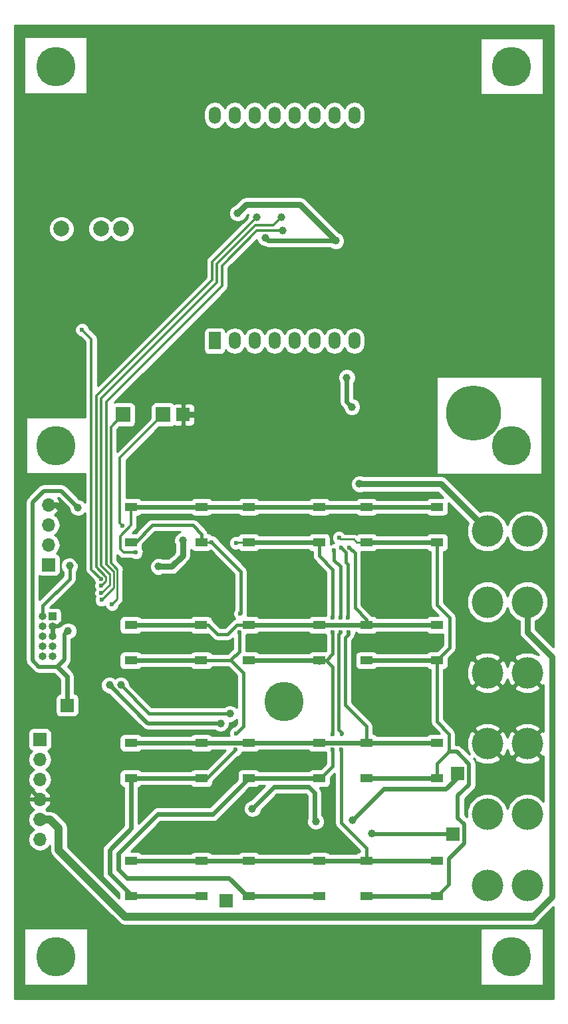
<source format=gbr>
G04 #@! TF.FileFunction,Copper,L1,Top,Signal*
%FSLAX46Y46*%
G04 Gerber Fmt 4.6, Leading zero omitted, Abs format (unit mm)*
G04 Created by KiCad (PCBNEW 4.0.7-e2-6376~58~ubuntu16.04.1) date Mon Jan 29 21:07:09 2018*
%MOMM*%
%LPD*%
G01*
G04 APERTURE LIST*
%ADD10C,0.100000*%
%ADD11C,7.000000*%
%ADD12C,5.000000*%
%ADD13C,2.000000*%
%ADD14C,4.000000*%
%ADD15R,1.000000X1.000000*%
%ADD16O,1.000000X1.000000*%
%ADD17R,1.900000X1.900000*%
%ADD18R,1.700000X1.700000*%
%ADD19R,1.500000X2.200000*%
%ADD20O,1.500000X2.200000*%
%ADD21R,1.650000X1.100000*%
%ADD22O,1.700000X1.700000*%
%ADD23C,1.000000*%
%ADD24C,0.600000*%
%ADD25C,0.300000*%
%ADD26C,0.600000*%
%ADD27C,1.700000*%
%ADD28C,0.800000*%
%ADD29C,0.500000*%
%ADD30C,0.400000*%
%ADD31C,1.000000*%
%ADD32C,0.230000*%
%ADD33C,0.254000*%
G04 APERTURE END LIST*
D10*
D11*
X119160000Y-98100000D03*
D12*
X124020000Y-102210000D03*
X95010000Y-134720000D03*
X66020000Y-102220000D03*
D13*
X71710000Y-74680000D03*
X74309840Y-74680000D03*
X66710160Y-74680000D03*
D12*
X66020000Y-54040000D03*
X124030000Y-54100000D03*
X124020000Y-167220000D03*
D14*
X120920000Y-122100000D03*
X126000000Y-122100000D03*
X120920000Y-131100000D03*
X126000000Y-131100000D03*
X120920000Y-158100000D03*
X126000000Y-158100000D03*
D15*
X65580000Y-123950000D03*
D16*
X64310000Y-123950000D03*
X65580000Y-125220000D03*
X64310000Y-125220000D03*
X65580000Y-126490000D03*
X64310000Y-126490000D03*
X65580000Y-127760000D03*
X64310000Y-127760000D03*
X65580000Y-129030000D03*
X64310000Y-129030000D03*
D12*
X66020000Y-167210000D03*
D14*
X120920000Y-140100000D03*
X126000000Y-140100000D03*
D17*
X79640000Y-98290000D03*
X74560000Y-98290000D03*
D18*
X87700000Y-160040000D03*
X116510000Y-151630000D03*
X117090000Y-143940000D03*
D19*
X86210000Y-88910000D03*
D20*
X88750000Y-88910000D03*
X91290000Y-88910000D03*
X93830000Y-88910000D03*
X93830000Y-60240000D03*
X91290000Y-60240000D03*
X88750000Y-60240000D03*
X86210000Y-60240000D03*
X96370000Y-88910000D03*
X98910000Y-88910000D03*
X101450000Y-88910000D03*
X103990000Y-88910000D03*
X96370000Y-60240000D03*
X98910000Y-60240000D03*
X101450000Y-60240000D03*
X103990000Y-60240000D03*
D18*
X82180000Y-98290000D03*
D21*
X75565000Y-114510000D03*
X75565000Y-110010000D03*
X84515000Y-110010000D03*
X84515000Y-114510000D03*
X90535000Y-114520000D03*
X90535000Y-110020000D03*
X99485000Y-110020000D03*
X99485000Y-114520000D03*
X105535000Y-114520000D03*
X105535000Y-110020000D03*
X114485000Y-110020000D03*
X114485000Y-114520000D03*
X75535000Y-129530000D03*
X75535000Y-125030000D03*
X84485000Y-125030000D03*
X84485000Y-129530000D03*
X90545000Y-129520000D03*
X90545000Y-125020000D03*
X99495000Y-125020000D03*
X99495000Y-129520000D03*
X105545000Y-129520000D03*
X105545000Y-125020000D03*
X114495000Y-125020000D03*
X114495000Y-129520000D03*
X75545000Y-144520000D03*
X75545000Y-140020000D03*
X84495000Y-140020000D03*
X84495000Y-144520000D03*
X90545000Y-144520000D03*
X90545000Y-140020000D03*
X99495000Y-140020000D03*
X99495000Y-144520000D03*
X105545000Y-144520000D03*
X105545000Y-140020000D03*
X114495000Y-140020000D03*
X114495000Y-144520000D03*
X75545000Y-159520000D03*
X75545000Y-155020000D03*
X84495000Y-155020000D03*
X84495000Y-159520000D03*
X90545000Y-159520000D03*
X90545000Y-155020000D03*
X99495000Y-155020000D03*
X99495000Y-159520000D03*
X105545000Y-159520000D03*
X105545000Y-155020000D03*
X114495000Y-155020000D03*
X114495000Y-159520000D03*
D14*
X120920000Y-149100000D03*
X126000000Y-149100000D03*
D18*
X65050000Y-117370000D03*
D22*
X65050000Y-114830000D03*
X65050000Y-112290000D03*
X65050000Y-109750000D03*
D14*
X120920000Y-113100000D03*
X126000000Y-113100000D03*
D18*
X67430000Y-135230000D03*
X63950000Y-139580000D03*
D22*
X63950000Y-142120000D03*
X63950000Y-144660000D03*
X63950000Y-147200000D03*
X63950000Y-149740000D03*
X63950000Y-152280000D03*
D23*
X96280000Y-127270000D03*
X79170000Y-146530000D03*
X86470000Y-146550000D03*
X79350000Y-133330000D03*
X109700000Y-53160000D03*
X81080000Y-53070000D03*
X68720000Y-65160000D03*
X122680000Y-86500000D03*
X122770000Y-67480000D03*
X110760000Y-121500000D03*
X64620000Y-94680000D03*
X102150000Y-112150000D03*
X105080000Y-133650000D03*
X112890000Y-131980000D03*
X91450000Y-107900000D03*
X93770000Y-102090000D03*
X79770000Y-121990000D03*
X89650000Y-150820000D03*
X96350000Y-153150000D03*
X99590000Y-67640000D03*
X89240000Y-67990000D03*
X91075000Y-80855000D03*
X101740000Y-80690000D03*
X80840000Y-115790000D03*
X75890000Y-119640000D03*
X69640000Y-123590000D03*
X103020000Y-93570000D03*
X103670000Y-97310000D03*
X89140000Y-72690000D03*
X92640000Y-75790000D03*
X101640000Y-76190000D03*
X67740000Y-117490000D03*
X103740000Y-149810000D03*
D24*
X88840000Y-140890000D03*
X88940000Y-138790000D03*
X89440000Y-123590000D03*
X89340000Y-125990000D03*
X85840000Y-114510000D03*
X101240000Y-140890000D03*
X101250000Y-138930000D03*
X101240000Y-125990000D03*
X101240000Y-124090000D03*
X88900000Y-114600000D03*
X102030000Y-113930000D03*
X102340000Y-140890000D03*
X102360000Y-138860000D03*
X101420000Y-115560000D03*
X102240000Y-125990000D03*
X102240000Y-124090000D03*
X103180000Y-124080000D03*
X103210000Y-125950000D03*
X102320000Y-115180000D03*
X103370000Y-115170000D03*
X76190000Y-115810000D03*
X69320000Y-87510000D03*
X71740000Y-119200000D03*
D23*
X106200000Y-151520000D03*
X86950000Y-137520000D03*
X72810000Y-132650000D03*
X74260000Y-132680000D03*
X88150000Y-136290000D03*
X91000000Y-148380000D03*
X99060000Y-149990000D03*
X91530000Y-73230000D03*
D24*
X71790000Y-120050000D03*
X71810000Y-121820000D03*
D23*
X94850000Y-74920000D03*
X94730000Y-73210000D03*
D24*
X71790000Y-120960000D03*
X74490000Y-112430000D03*
X73140000Y-122390000D03*
D23*
X68810000Y-110120000D03*
X67530000Y-125780000D03*
X82140000Y-114290000D03*
X79040000Y-117590000D03*
X104620000Y-107100000D03*
D25*
X79190000Y-146550000D02*
X79170000Y-146530000D01*
X86470000Y-146550000D02*
X79190000Y-146550000D01*
D26*
X89240000Y-67990000D02*
X71550000Y-67990000D01*
X81170000Y-53160000D02*
X109700000Y-53160000D01*
X81080000Y-53070000D02*
X81170000Y-53160000D01*
X71550000Y-67990000D02*
X68720000Y-65160000D01*
X99590000Y-67640000D02*
X122610000Y-67640000D01*
X122610000Y-67640000D02*
X122770000Y-67480000D01*
D27*
X111220000Y-133650000D02*
X105080000Y-133650000D01*
X112890000Y-131980000D02*
X111220000Y-133650000D01*
D28*
X93770000Y-105580000D02*
X93770000Y-102090000D01*
X91450000Y-107900000D02*
X93770000Y-105580000D01*
X89970000Y-98290000D02*
X82180000Y-98290000D01*
X93770000Y-102090000D02*
X89970000Y-98290000D01*
X79710000Y-122140000D02*
X79770000Y-122080000D01*
X79770000Y-122080000D02*
X79770000Y-121990000D01*
X80590000Y-122140000D02*
X79710000Y-122140000D01*
D26*
X91980000Y-153150000D02*
X96350000Y-153150000D01*
X89650000Y-150820000D02*
X91980000Y-153150000D01*
X68040000Y-137010000D02*
X68670000Y-137010000D01*
X69640000Y-135420000D02*
X69640000Y-130100000D01*
X69640000Y-136040000D02*
X69640000Y-135420000D01*
X68670000Y-137010000D02*
X69640000Y-136040000D01*
X61840000Y-137910000D02*
X61840000Y-143800000D01*
X62740000Y-137010000D02*
X61840000Y-137910000D01*
X68050000Y-137010000D02*
X68040000Y-137010000D01*
X68040000Y-137010000D02*
X62740000Y-137010000D01*
X61840000Y-143800000D02*
X61840000Y-145030000D01*
X61840000Y-145030000D02*
X64010000Y-147200000D01*
X69640000Y-123590000D02*
X69640000Y-130100000D01*
X69640000Y-130100000D02*
X69640000Y-130110000D01*
X61840000Y-143800000D02*
X61840000Y-143760000D01*
D29*
X65580000Y-125220000D02*
X66360000Y-125220000D01*
X67990000Y-123590000D02*
X69640000Y-123590000D01*
X66360000Y-125220000D02*
X67990000Y-123590000D01*
D28*
X69640000Y-123590000D02*
X79140000Y-123590000D01*
D26*
X79140000Y-123590000D02*
X80590000Y-122140000D01*
D28*
X99590000Y-67640000D02*
X99590000Y-71240000D01*
X103240000Y-79190000D02*
X101740000Y-80690000D01*
X103240000Y-74890000D02*
X103240000Y-79190000D01*
X99590000Y-71240000D02*
X103240000Y-74890000D01*
D26*
X99240000Y-67990000D02*
X89240000Y-67990000D01*
X99240000Y-67990000D02*
X99590000Y-67640000D01*
X91240000Y-80690000D02*
X101740000Y-80690000D01*
X91240000Y-80690000D02*
X91075000Y-80855000D01*
D28*
X69240000Y-123190000D02*
X69640000Y-123590000D01*
X69240000Y-117190000D02*
X69240000Y-123190000D01*
X64980000Y-109740000D02*
X66040000Y-109740000D01*
X68090000Y-116040000D02*
X69240000Y-117190000D01*
X68090000Y-111790000D02*
X68090000Y-116040000D01*
X66040000Y-109740000D02*
X68090000Y-111790000D01*
X78090000Y-119640000D02*
X75890000Y-119640000D01*
X80590000Y-122140000D02*
X78090000Y-119640000D01*
X80840000Y-115790000D02*
X80490000Y-116140000D01*
X80490000Y-116140000D02*
X77640000Y-116140000D01*
X77640000Y-116140000D02*
X75890000Y-117890000D01*
X75890000Y-117890000D02*
X75890000Y-119640000D01*
D29*
X65580000Y-125220000D02*
X65580000Y-126490000D01*
D26*
X103020000Y-96660000D02*
X103020000Y-93570000D01*
X103670000Y-97310000D02*
X103020000Y-96660000D01*
D28*
X97040000Y-71590000D02*
X101640000Y-76190000D01*
X90240000Y-71590000D02*
X97040000Y-71590000D01*
X89140000Y-72690000D02*
X90240000Y-71590000D01*
D26*
X95040000Y-76190000D02*
X93040000Y-76190000D01*
X93040000Y-76190000D02*
X92640000Y-75790000D01*
X95040000Y-76190000D02*
X101640000Y-76190000D01*
D30*
X64310000Y-123950000D02*
X64310000Y-122570000D01*
X67740000Y-119140000D02*
X67740000Y-117490000D01*
X64310000Y-122570000D02*
X67740000Y-119140000D01*
D28*
X129120000Y-159530000D02*
X129120000Y-159540000D01*
X129120000Y-129050000D02*
X129120000Y-159530000D01*
X126000000Y-125930000D02*
X129120000Y-129050000D01*
X126000000Y-122100000D02*
X126000000Y-125930000D01*
D31*
X65270000Y-149740000D02*
X63950000Y-149740000D01*
X66370000Y-150840000D02*
X65270000Y-149740000D01*
X66370000Y-153650000D02*
X66370000Y-150840000D01*
X74800000Y-162080000D02*
X66370000Y-153650000D01*
X126580000Y-162080000D02*
X74800000Y-162080000D01*
D28*
X129120000Y-159540000D02*
X126580000Y-162080000D01*
D29*
X103750000Y-149820000D02*
X103760000Y-149820000D01*
X103740000Y-149810000D02*
X103750000Y-149820000D01*
D26*
X117090000Y-143940000D02*
X117090000Y-144370000D01*
X117090000Y-144370000D02*
X115610000Y-145850000D01*
X107730000Y-145850000D02*
X103760000Y-149820000D01*
X103760000Y-149820000D02*
X103710000Y-149870000D01*
X115610000Y-145850000D02*
X107730000Y-145850000D01*
D30*
X88940000Y-138790000D02*
X89840000Y-137890000D01*
X89840000Y-137890000D02*
X89840000Y-131090000D01*
X88280000Y-129530000D02*
X89840000Y-131090000D01*
X88840000Y-140890000D02*
X85210000Y-144520000D01*
D26*
X75535000Y-129530000D02*
X84485000Y-129530000D01*
X75545000Y-159520000D02*
X75545000Y-159325000D01*
X75545000Y-159325000D02*
X72820000Y-156600000D01*
X75545000Y-150875000D02*
X75545000Y-144520000D01*
X72820000Y-153600000D02*
X75545000Y-150875000D01*
X72820000Y-156600000D02*
X72820000Y-153600000D01*
D30*
X82380000Y-112360000D02*
X83400000Y-112360000D01*
X84515000Y-113475000D02*
X84515000Y-114510000D01*
X83400000Y-112360000D02*
X84515000Y-113475000D01*
X75565000Y-114510000D02*
X76120000Y-114510000D01*
X76120000Y-114510000D02*
X78270000Y-112360000D01*
X78270000Y-112360000D02*
X82380000Y-112360000D01*
X82380000Y-112360000D02*
X82365000Y-112360000D01*
X88280000Y-129530000D02*
X88280000Y-129450000D01*
X89540000Y-118210000D02*
X85840000Y-114510000D01*
X89540000Y-123490000D02*
X89540000Y-118210000D01*
X89440000Y-123590000D02*
X89540000Y-123490000D01*
X89340000Y-128390000D02*
X89340000Y-125990000D01*
X88280000Y-129450000D02*
X89340000Y-128390000D01*
X84495000Y-144520000D02*
X85210000Y-144520000D01*
X88280000Y-129530000D02*
X84485000Y-129530000D01*
X84495000Y-144520000D02*
X84495000Y-144645000D01*
X85010000Y-159520000D02*
X84495000Y-159520000D01*
D32*
X85840000Y-114510000D02*
X84515000Y-114510000D01*
D26*
X75545000Y-159520000D02*
X84495000Y-159520000D01*
X75545000Y-144520000D02*
X84495000Y-144520000D01*
D30*
X101240000Y-140930000D02*
X101240000Y-140890000D01*
X100410000Y-129560000D02*
X101240000Y-130390000D01*
X101240000Y-130390000D02*
X101240000Y-138890000D01*
X100410000Y-129520000D02*
X100410000Y-129560000D01*
X101240000Y-138920000D02*
X101240000Y-138890000D01*
X101250000Y-138930000D02*
X101240000Y-138920000D01*
D26*
X90545000Y-159520000D02*
X90340000Y-159520000D01*
X90340000Y-159520000D02*
X88020000Y-157200000D01*
X85965000Y-149100000D02*
X90545000Y-144520000D01*
X78920000Y-149100000D02*
X85965000Y-149100000D01*
X73920000Y-154100000D02*
X78920000Y-149100000D01*
X73920000Y-156100000D02*
X73920000Y-154100000D01*
X75020000Y-157200000D02*
X73920000Y-156100000D01*
X88020000Y-157200000D02*
X75020000Y-157200000D01*
D30*
X99910000Y-159520000D02*
X99495000Y-159520000D01*
X99495000Y-144520000D02*
X99570000Y-144520000D01*
X101240000Y-142990000D02*
X99710000Y-144520000D01*
X101240000Y-140930000D02*
X101240000Y-142990000D01*
X99710000Y-144520000D02*
X99495000Y-144520000D01*
X99485000Y-114520000D02*
X99485000Y-116235000D01*
X100410000Y-129520000D02*
X99495000Y-129520000D01*
X101240000Y-128690000D02*
X100410000Y-129520000D01*
X101240000Y-125990000D02*
X101240000Y-128690000D01*
X101240000Y-117990000D02*
X101240000Y-124090000D01*
X99485000Y-116235000D02*
X101240000Y-117990000D01*
D32*
X88980000Y-114520000D02*
X90535000Y-114520000D01*
X88900000Y-114600000D02*
X88980000Y-114520000D01*
D26*
X99495000Y-129520000D02*
X99495000Y-129785000D01*
X90545000Y-159520000D02*
X99495000Y-159520000D01*
X90545000Y-144520000D02*
X99495000Y-144520000D01*
X90545000Y-129520000D02*
X99495000Y-129520000D01*
X90535000Y-114520000D02*
X99485000Y-114520000D01*
D32*
X103920000Y-114140000D02*
X102240000Y-114140000D01*
X103920000Y-114140000D02*
X104300000Y-114520000D01*
X105535000Y-114520000D02*
X104300000Y-114520000D01*
X102240000Y-114140000D02*
X102030000Y-113930000D01*
D29*
X117980000Y-150390000D02*
X117980000Y-150360000D01*
X117980000Y-150360000D02*
X117170000Y-149550000D01*
X117010000Y-141110000D02*
X116050000Y-141110000D01*
X118590000Y-142690000D02*
X117010000Y-141110000D01*
X118590000Y-145310000D02*
X118590000Y-142690000D01*
X117170000Y-146730000D02*
X118590000Y-145310000D01*
X117170000Y-149550000D02*
X117170000Y-146730000D01*
D30*
X114495000Y-144520000D02*
X114495000Y-142665000D01*
X114495000Y-137315000D02*
X114495000Y-129520000D01*
X114495000Y-137315000D02*
X116050000Y-138870000D01*
X116050000Y-141110000D02*
X116050000Y-138870000D01*
X114495000Y-142665000D02*
X116050000Y-141110000D01*
D26*
X105545000Y-144520000D02*
X114495000Y-144520000D01*
D29*
X116040000Y-157975000D02*
X116040000Y-154770000D01*
X117980000Y-152830000D02*
X117980000Y-150390000D01*
X116040000Y-154770000D02*
X117980000Y-152830000D01*
D30*
X116060000Y-157955000D02*
X116040000Y-157975000D01*
X116040000Y-157975000D02*
X114495000Y-159520000D01*
X114485000Y-114520000D02*
X114485000Y-122475000D01*
X114485000Y-122475000D02*
X116100000Y-124090000D01*
X116100000Y-124090000D02*
X116100000Y-127915000D01*
X116100000Y-127915000D02*
X114495000Y-129520000D01*
D26*
X105545000Y-159520000D02*
X114495000Y-159520000D01*
X105545000Y-129520000D02*
X114495000Y-129520000D01*
X105535000Y-114520000D02*
X114485000Y-114520000D01*
D30*
X105545000Y-155020000D02*
X105545000Y-153395000D01*
X102340000Y-150190000D02*
X105545000Y-153395000D01*
X102340000Y-140890000D02*
X102340000Y-150190000D01*
X102360000Y-138860000D02*
X102340000Y-138860000D01*
X102340000Y-138890000D02*
X102340000Y-138860000D01*
X102340000Y-138860000D02*
X102340000Y-138630000D01*
X102240000Y-117590000D02*
X102240000Y-124090000D01*
X101420000Y-116770000D02*
X102240000Y-117590000D01*
X101420000Y-115560000D02*
X101420000Y-116770000D01*
X102340000Y-138630000D02*
X101990000Y-138280000D01*
X101990000Y-138280000D02*
X101990000Y-126240000D01*
X101990000Y-126240000D02*
X102240000Y-125990000D01*
D26*
X84495000Y-155020000D02*
X75545000Y-155020000D01*
X90545000Y-155020000D02*
X84495000Y-155020000D01*
X99495000Y-155020000D02*
X90545000Y-155020000D01*
X105545000Y-155020000D02*
X102210000Y-155020000D01*
X102210000Y-155020000D02*
X99495000Y-155020000D01*
X114495000Y-155020000D02*
X105545000Y-155020000D01*
D29*
X75787898Y-155042102D02*
X75802211Y-155042102D01*
X75640000Y-155190000D02*
X75787898Y-155042102D01*
D30*
X102900000Y-117030000D02*
X102900000Y-115760000D01*
X102900000Y-117030000D02*
X103180000Y-117310000D01*
X103180000Y-117310000D02*
X103180000Y-124080000D01*
X103210000Y-125950000D02*
X103230000Y-125970000D01*
X102900000Y-115760000D02*
X102320000Y-115180000D01*
X103230000Y-125970000D02*
X103230000Y-126210000D01*
X103250000Y-135630000D02*
X105545000Y-137925000D01*
X105545000Y-137925000D02*
X105545000Y-140020000D01*
X102820000Y-135200000D02*
X103250000Y-135630000D01*
X102820000Y-126620000D02*
X102820000Y-135200000D01*
X103230000Y-126210000D02*
X102820000Y-126620000D01*
X103230000Y-125970000D02*
X103250000Y-125990000D01*
D26*
X84495000Y-140020000D02*
X75545000Y-140020000D01*
X90545000Y-140020000D02*
X84495000Y-140020000D01*
X99495000Y-140020000D02*
X90545000Y-140020000D01*
X114495000Y-140020000D02*
X105545000Y-140020000D01*
X105545000Y-140020000D02*
X103830000Y-140020000D01*
X103830000Y-140020000D02*
X99495000Y-140020000D01*
D30*
X104050000Y-115850000D02*
X103370000Y-115170000D01*
X104050000Y-115850000D02*
X104050000Y-116910000D01*
D26*
X84485000Y-125030000D02*
X75535000Y-125030000D01*
D30*
X105545000Y-124305000D02*
X105545000Y-125020000D01*
X104050000Y-122810000D02*
X105545000Y-124305000D01*
X104050000Y-116910000D02*
X104050000Y-122810000D01*
X104050000Y-116850000D02*
X104050000Y-116910000D01*
X90545000Y-125020000D02*
X89010000Y-125020000D01*
X85380000Y-125030000D02*
X84485000Y-125030000D01*
X86540000Y-126190000D02*
X85380000Y-125030000D01*
X87840000Y-126190000D02*
X86540000Y-126190000D01*
X89010000Y-125020000D02*
X87840000Y-126190000D01*
D26*
X90535000Y-125030000D02*
X90545000Y-125020000D01*
X99495000Y-125020000D02*
X90545000Y-125020000D01*
X105545000Y-125020000D02*
X99495000Y-125020000D01*
X114495000Y-125020000D02*
X105545000Y-125020000D01*
D25*
X75565000Y-110010000D02*
X75565000Y-112335000D01*
X74590000Y-115810000D02*
X76190000Y-115810000D01*
X74180000Y-115400000D02*
X74590000Y-115810000D01*
X74180000Y-113720000D02*
X74180000Y-115400000D01*
X75565000Y-112335000D02*
X74180000Y-113720000D01*
D26*
X105535000Y-110020000D02*
X114485000Y-110020000D01*
X99485000Y-110020000D02*
X105535000Y-110020000D01*
X90535000Y-110020000D02*
X99485000Y-110020000D01*
X84515000Y-110010000D02*
X90525000Y-110010000D01*
X90525000Y-110010000D02*
X90535000Y-110020000D01*
X75565000Y-110010000D02*
X84515000Y-110010000D01*
D25*
X70500000Y-116970000D02*
X70500000Y-88690000D01*
X70500000Y-88690000D02*
X69320000Y-87510000D01*
X71740000Y-119200000D02*
X70500000Y-117960000D01*
X70500000Y-117960000D02*
X70500000Y-116970000D01*
X70500000Y-116970000D02*
X70500000Y-117010000D01*
X70500000Y-117010000D02*
X70500000Y-116950000D01*
D29*
X106200000Y-151520000D02*
X106310000Y-151630000D01*
X106310000Y-151630000D02*
X116510000Y-151630000D01*
X80720000Y-137520000D02*
X86950000Y-137520000D01*
X77680000Y-137520000D02*
X80720000Y-137520000D01*
X72810000Y-132650000D02*
X77680000Y-137520000D01*
D30*
X74260000Y-132680000D02*
X77870000Y-136290000D01*
X77870000Y-136290000D02*
X88150000Y-136290000D01*
D26*
X93750000Y-145630000D02*
X91000000Y-148380000D01*
X98190000Y-145630000D02*
X93750000Y-145630000D01*
X98950000Y-146390000D02*
X98190000Y-145630000D01*
X98950000Y-149880000D02*
X98950000Y-146390000D01*
X99060000Y-149990000D02*
X98950000Y-149880000D01*
D25*
X71130000Y-116880000D02*
X71130000Y-95920000D01*
X85880000Y-78880000D02*
X91530000Y-73230000D01*
X85880000Y-81170000D02*
X85880000Y-78880000D01*
X71130000Y-95920000D02*
X85880000Y-81170000D01*
X72380000Y-118890000D02*
X71130000Y-117640000D01*
X72380000Y-118940000D02*
X72380000Y-118890000D01*
D32*
X72380000Y-119460000D02*
X72380000Y-118940000D01*
X71790000Y-120050000D02*
X72380000Y-119460000D01*
D25*
X71130000Y-116872890D02*
X71130000Y-116880000D01*
X71130000Y-116880000D02*
X71130000Y-117640000D01*
X72390000Y-116380000D02*
X72390000Y-96690000D01*
X91580000Y-74920000D02*
X94850000Y-74920000D01*
X87150000Y-79350000D02*
X91580000Y-74920000D01*
X87150000Y-81930000D02*
X87150000Y-79350000D01*
X72390000Y-96690000D02*
X87150000Y-81930000D01*
X72390000Y-117340000D02*
X72390000Y-116380000D01*
X72390000Y-116380000D02*
X72390000Y-116370000D01*
X73330000Y-118280000D02*
X72390000Y-117340000D01*
D32*
X73330000Y-120300000D02*
X73330000Y-118280000D01*
X71810000Y-121820000D02*
X73330000Y-120300000D01*
D25*
X71780000Y-116670000D02*
X71780000Y-96260000D01*
X93690000Y-74250000D02*
X94730000Y-73210000D01*
X91380000Y-74250000D02*
X93690000Y-74250000D01*
X86520000Y-79110000D02*
X91380000Y-74250000D01*
X86520000Y-81520000D02*
X86520000Y-79110000D01*
X71780000Y-96260000D02*
X86520000Y-81520000D01*
X71780000Y-117490000D02*
X71780000Y-116670000D01*
X71780000Y-116670000D02*
X71780000Y-116660000D01*
X72845002Y-118555002D02*
X71780000Y-117490000D01*
D32*
X72845002Y-119904998D02*
X72845002Y-118555002D01*
X71790000Y-120960000D02*
X72845002Y-119904998D01*
D25*
X74160000Y-103770000D02*
X79640000Y-98290000D01*
X74160000Y-112100000D02*
X74160000Y-103770000D01*
X74490000Y-112430000D02*
X74160000Y-112100000D01*
X73440002Y-117590002D02*
X73000000Y-117150000D01*
D32*
X73140000Y-122390000D02*
X73820000Y-121710000D01*
X73820000Y-121710000D02*
X73820000Y-117970000D01*
D25*
X73820000Y-117970000D02*
X73440002Y-117590002D01*
X73000000Y-99850000D02*
X74560000Y-98290000D01*
X73000000Y-117150000D02*
X73000000Y-99850000D01*
D26*
X67430000Y-135230000D02*
X67430000Y-131570000D01*
X67430000Y-131570000D02*
X66190000Y-130330000D01*
D29*
X66680000Y-107990000D02*
X68810000Y-110120000D01*
X64450000Y-107990000D02*
X66680000Y-107990000D01*
X62990000Y-109450000D02*
X64450000Y-107990000D01*
X62990000Y-129500000D02*
X62990000Y-109450000D01*
X63820000Y-130330000D02*
X62990000Y-129500000D01*
X66190000Y-130330000D02*
X63820000Y-130330000D01*
X67070000Y-129450000D02*
X66190000Y-130330000D01*
X67070000Y-126240000D02*
X67070000Y-129450000D01*
X67530000Y-125780000D02*
X67070000Y-126240000D01*
D28*
X79040000Y-117590000D02*
X80740000Y-117590000D01*
X82140000Y-116190000D02*
X82140000Y-114290000D01*
X80740000Y-117590000D02*
X82140000Y-116190000D01*
X115020000Y-107100000D02*
X120920000Y-113000000D01*
X104620000Y-107100000D02*
X110020000Y-107100000D01*
X110020000Y-107100000D02*
X115020000Y-107100000D01*
X120920000Y-113000000D02*
X120920000Y-113100000D01*
D33*
G36*
X129310000Y-127776289D02*
X127035000Y-125501288D01*
X127035000Y-124523421D01*
X127490658Y-124335147D01*
X128232542Y-123594557D01*
X128634542Y-122626433D01*
X128635457Y-121578166D01*
X128235147Y-120609342D01*
X127494557Y-119867458D01*
X126526433Y-119465458D01*
X125478166Y-119464543D01*
X124509342Y-119864853D01*
X123767458Y-120605443D01*
X123459739Y-121346512D01*
X123155147Y-120609342D01*
X122414557Y-119867458D01*
X121446433Y-119465458D01*
X120398166Y-119464543D01*
X119429342Y-119864853D01*
X118687458Y-120605443D01*
X118285458Y-121573567D01*
X118284543Y-122621834D01*
X118684853Y-123590658D01*
X119425443Y-124332542D01*
X120393567Y-124734542D01*
X121441834Y-124735457D01*
X122410658Y-124335147D01*
X123152542Y-123594557D01*
X123460261Y-122853488D01*
X123764853Y-123590658D01*
X124505443Y-124332542D01*
X124965000Y-124523367D01*
X124965000Y-125929995D01*
X124964999Y-125930000D01*
X125043785Y-126326077D01*
X125268144Y-126661856D01*
X127450953Y-128844665D01*
X126502988Y-128460881D01*
X125454753Y-128469287D01*
X124525353Y-128854257D01*
X124304584Y-129224978D01*
X126000000Y-130920395D01*
X126014142Y-130906252D01*
X126193748Y-131085858D01*
X126179605Y-131100000D01*
X127875022Y-132795416D01*
X128085000Y-132670371D01*
X128085000Y-138529629D01*
X127875022Y-138404584D01*
X126179605Y-140100000D01*
X127875022Y-141795416D01*
X128085000Y-141670371D01*
X128085000Y-147458933D01*
X127494557Y-146867458D01*
X126526433Y-146465458D01*
X125478166Y-146464543D01*
X124509342Y-146864853D01*
X123767458Y-147605443D01*
X123459739Y-148346512D01*
X123155147Y-147609342D01*
X122414557Y-146867458D01*
X121446433Y-146465458D01*
X120398166Y-146464543D01*
X119429342Y-146864853D01*
X118687458Y-147605443D01*
X118285458Y-148573567D01*
X118284725Y-149413146D01*
X118055000Y-149183420D01*
X118055000Y-147096580D01*
X119215787Y-145935792D01*
X119215790Y-145935790D01*
X119407633Y-145648675D01*
X119411348Y-145630000D01*
X119475001Y-145310000D01*
X119475000Y-145309995D01*
X119475000Y-142690000D01*
X119407633Y-142351325D01*
X119215790Y-142064210D01*
X119215787Y-142064208D01*
X119175594Y-142024014D01*
X119224585Y-141975023D01*
X119445353Y-142345743D01*
X120417012Y-142739119D01*
X121465247Y-142730713D01*
X122394647Y-142345743D01*
X122615416Y-141975022D01*
X124304584Y-141975022D01*
X124525353Y-142345743D01*
X125497012Y-142739119D01*
X126545247Y-142730713D01*
X127474647Y-142345743D01*
X127695416Y-141975022D01*
X126000000Y-140279605D01*
X124304584Y-141975022D01*
X122615416Y-141975022D01*
X120920000Y-140279605D01*
X120905858Y-140293748D01*
X120726252Y-140114142D01*
X120740395Y-140100000D01*
X121099605Y-140100000D01*
X122795022Y-141795416D01*
X123165743Y-141574647D01*
X123456636Y-140856126D01*
X123754257Y-141574647D01*
X124124978Y-141795416D01*
X125820395Y-140100000D01*
X124124978Y-138404584D01*
X123754257Y-138625353D01*
X123463364Y-139343874D01*
X123165743Y-138625353D01*
X122795022Y-138404584D01*
X121099605Y-140100000D01*
X120740395Y-140100000D01*
X119044978Y-138404584D01*
X118674257Y-138625353D01*
X118280881Y-139597012D01*
X118289287Y-140645247D01*
X118637509Y-141485930D01*
X117635790Y-140484210D01*
X117348675Y-140292367D01*
X117292484Y-140281190D01*
X117010000Y-140224999D01*
X117009995Y-140225000D01*
X116885000Y-140225000D01*
X116885000Y-138870000D01*
X116821439Y-138550459D01*
X116640434Y-138279566D01*
X116585846Y-138224978D01*
X119224584Y-138224978D01*
X120920000Y-139920395D01*
X122615416Y-138224978D01*
X124304584Y-138224978D01*
X126000000Y-139920395D01*
X127695416Y-138224978D01*
X127474647Y-137854257D01*
X126502988Y-137460881D01*
X125454753Y-137469287D01*
X124525353Y-137854257D01*
X124304584Y-138224978D01*
X122615416Y-138224978D01*
X122394647Y-137854257D01*
X121422988Y-137460881D01*
X120374753Y-137469287D01*
X119445353Y-137854257D01*
X119224584Y-138224978D01*
X116585846Y-138224978D01*
X115330000Y-136969132D01*
X115330000Y-132975022D01*
X119224584Y-132975022D01*
X119445353Y-133345743D01*
X120417012Y-133739119D01*
X121465247Y-133730713D01*
X122394647Y-133345743D01*
X122615416Y-132975022D01*
X124304584Y-132975022D01*
X124525353Y-133345743D01*
X125497012Y-133739119D01*
X126545247Y-133730713D01*
X127474647Y-133345743D01*
X127695416Y-132975022D01*
X126000000Y-131279605D01*
X124304584Y-132975022D01*
X122615416Y-132975022D01*
X120920000Y-131279605D01*
X119224584Y-132975022D01*
X115330000Y-132975022D01*
X115330000Y-130715558D01*
X115555317Y-130673162D01*
X115673657Y-130597012D01*
X118280881Y-130597012D01*
X118289287Y-131645247D01*
X118674257Y-132574647D01*
X119044978Y-132795416D01*
X120740395Y-131100000D01*
X121099605Y-131100000D01*
X122795022Y-132795416D01*
X123165743Y-132574647D01*
X123456636Y-131856126D01*
X123754257Y-132574647D01*
X124124978Y-132795416D01*
X125820395Y-131100000D01*
X124124978Y-129404584D01*
X123754257Y-129625353D01*
X123463364Y-130343874D01*
X123165743Y-129625353D01*
X122795022Y-129404584D01*
X121099605Y-131100000D01*
X120740395Y-131100000D01*
X119044978Y-129404584D01*
X118674257Y-129625353D01*
X118280881Y-130597012D01*
X115673657Y-130597012D01*
X115771441Y-130534090D01*
X115916431Y-130321890D01*
X115967440Y-130070000D01*
X115967440Y-129228428D01*
X115970890Y-129224978D01*
X119224584Y-129224978D01*
X120920000Y-130920395D01*
X122615416Y-129224978D01*
X122394647Y-128854257D01*
X121422988Y-128460881D01*
X120374753Y-128469287D01*
X119445353Y-128854257D01*
X119224584Y-129224978D01*
X115970890Y-129224978D01*
X116690434Y-128505434D01*
X116871440Y-128234540D01*
X116935000Y-127915000D01*
X116935000Y-124090000D01*
X116871439Y-123770459D01*
X116690434Y-123499566D01*
X115320000Y-122129132D01*
X115320000Y-115715558D01*
X115545317Y-115673162D01*
X115761441Y-115534090D01*
X115906431Y-115321890D01*
X115957440Y-115070000D01*
X115957440Y-113970000D01*
X115913162Y-113734683D01*
X115774090Y-113518559D01*
X115561890Y-113373569D01*
X115310000Y-113322560D01*
X113660000Y-113322560D01*
X113424683Y-113366838D01*
X113208559Y-113505910D01*
X113154519Y-113585000D01*
X106866844Y-113585000D01*
X106824090Y-113518559D01*
X106611890Y-113373569D01*
X106360000Y-113322560D01*
X104710000Y-113322560D01*
X104474683Y-113366838D01*
X104277144Y-113493951D01*
X104207013Y-113447090D01*
X103920000Y-113390000D01*
X102812079Y-113390000D01*
X102560327Y-113137808D01*
X102216799Y-112995162D01*
X101844833Y-112994838D01*
X101501057Y-113136883D01*
X101237808Y-113399673D01*
X101095162Y-113743201D01*
X101094838Y-114115167D01*
X101236883Y-114458943D01*
X101402635Y-114624984D01*
X101234833Y-114624838D01*
X100957440Y-114739454D01*
X100957440Y-113970000D01*
X100913162Y-113734683D01*
X100774090Y-113518559D01*
X100561890Y-113373569D01*
X100310000Y-113322560D01*
X98660000Y-113322560D01*
X98424683Y-113366838D01*
X98208559Y-113505910D01*
X98154519Y-113585000D01*
X91866844Y-113585000D01*
X91824090Y-113518559D01*
X91611890Y-113373569D01*
X91360000Y-113322560D01*
X89710000Y-113322560D01*
X89474683Y-113366838D01*
X89258559Y-113505910D01*
X89135834Y-113685523D01*
X89086799Y-113665162D01*
X88714833Y-113664838D01*
X88371057Y-113806883D01*
X88107808Y-114069673D01*
X87965162Y-114413201D01*
X87964838Y-114785167D01*
X88106883Y-115128943D01*
X88369673Y-115392192D01*
X88713201Y-115534838D01*
X89085167Y-115535162D01*
X89219123Y-115479813D01*
X89245910Y-115521441D01*
X89458110Y-115666431D01*
X89710000Y-115717440D01*
X91360000Y-115717440D01*
X91595317Y-115673162D01*
X91811441Y-115534090D01*
X91865481Y-115455000D01*
X98153156Y-115455000D01*
X98195910Y-115521441D01*
X98408110Y-115666431D01*
X98650000Y-115715415D01*
X98650000Y-116235000D01*
X98713561Y-116554541D01*
X98854022Y-116764755D01*
X98894566Y-116825434D01*
X100405000Y-118335868D01*
X100405000Y-123662766D01*
X100337201Y-123826043D01*
X100320000Y-123822560D01*
X98670000Y-123822560D01*
X98434683Y-123866838D01*
X98218559Y-124005910D01*
X98164519Y-124085000D01*
X91876844Y-124085000D01*
X91834090Y-124018559D01*
X91621890Y-123873569D01*
X91370000Y-123822560D01*
X90355836Y-123822560D01*
X90374838Y-123776799D01*
X90375162Y-123404833D01*
X90375000Y-123404441D01*
X90375000Y-118210000D01*
X90311439Y-117890459D01*
X90130434Y-117619566D01*
X86732535Y-114221667D01*
X86633117Y-113981057D01*
X86370327Y-113717808D01*
X86026799Y-113575162D01*
X85846847Y-113575005D01*
X85804090Y-113508559D01*
X85591890Y-113363569D01*
X85340000Y-113312560D01*
X85317689Y-113312560D01*
X85286439Y-113155459D01*
X85105434Y-112884566D01*
X83990434Y-111769566D01*
X83793244Y-111637808D01*
X83719541Y-111588561D01*
X83400000Y-111525000D01*
X78270000Y-111525000D01*
X77950459Y-111588561D01*
X77876756Y-111637808D01*
X77679566Y-111769566D01*
X76136572Y-113312560D01*
X75697598Y-113312560D01*
X76120079Y-112890079D01*
X76290245Y-112635406D01*
X76350000Y-112335000D01*
X76350000Y-111207440D01*
X76390000Y-111207440D01*
X76625317Y-111163162D01*
X76841441Y-111024090D01*
X76895481Y-110945000D01*
X83183156Y-110945000D01*
X83225910Y-111011441D01*
X83438110Y-111156431D01*
X83690000Y-111207440D01*
X85340000Y-111207440D01*
X85575317Y-111163162D01*
X85791441Y-111024090D01*
X85845481Y-110945000D01*
X89196722Y-110945000D01*
X89245910Y-111021441D01*
X89458110Y-111166431D01*
X89710000Y-111217440D01*
X91360000Y-111217440D01*
X91595317Y-111173162D01*
X91811441Y-111034090D01*
X91865481Y-110955000D01*
X98153156Y-110955000D01*
X98195910Y-111021441D01*
X98408110Y-111166431D01*
X98660000Y-111217440D01*
X100310000Y-111217440D01*
X100545317Y-111173162D01*
X100761441Y-111034090D01*
X100815481Y-110955000D01*
X104203156Y-110955000D01*
X104245910Y-111021441D01*
X104458110Y-111166431D01*
X104710000Y-111217440D01*
X106360000Y-111217440D01*
X106595317Y-111173162D01*
X106811441Y-111034090D01*
X106865481Y-110955000D01*
X113153156Y-110955000D01*
X113195910Y-111021441D01*
X113408110Y-111166431D01*
X113660000Y-111217440D01*
X115310000Y-111217440D01*
X115545317Y-111173162D01*
X115761441Y-111034090D01*
X115906431Y-110821890D01*
X115957440Y-110570000D01*
X115957440Y-109501152D01*
X118503867Y-112047579D01*
X118285458Y-112573567D01*
X118284543Y-113621834D01*
X118684853Y-114590658D01*
X119425443Y-115332542D01*
X120393567Y-115734542D01*
X121441834Y-115735457D01*
X122410658Y-115335147D01*
X123152542Y-114594557D01*
X123460261Y-113853488D01*
X123764853Y-114590658D01*
X124505443Y-115332542D01*
X125473567Y-115734542D01*
X126521834Y-115735457D01*
X127490658Y-115335147D01*
X128232542Y-114594557D01*
X128634542Y-113626433D01*
X128635457Y-112578166D01*
X128235147Y-111609342D01*
X127494557Y-110867458D01*
X126526433Y-110465458D01*
X125478166Y-110464543D01*
X124509342Y-110864853D01*
X123767458Y-111605443D01*
X123459739Y-112346512D01*
X123155147Y-111609342D01*
X122414557Y-110867458D01*
X121446433Y-110465458D01*
X120398166Y-110464543D01*
X120009039Y-110625327D01*
X115751856Y-106368144D01*
X115416077Y-106143785D01*
X115020000Y-106064999D01*
X115019995Y-106065000D01*
X105087107Y-106065000D01*
X104846756Y-105965197D01*
X104395225Y-105964803D01*
X103977914Y-106137233D01*
X103658355Y-106456235D01*
X103485197Y-106873244D01*
X103484803Y-107324775D01*
X103657233Y-107742086D01*
X103976235Y-108061645D01*
X104393244Y-108234803D01*
X104844775Y-108235197D01*
X105087269Y-108135000D01*
X114591288Y-108135000D01*
X115278848Y-108822560D01*
X113660000Y-108822560D01*
X113424683Y-108866838D01*
X113208559Y-109005910D01*
X113154519Y-109085000D01*
X106866844Y-109085000D01*
X106824090Y-109018559D01*
X106611890Y-108873569D01*
X106360000Y-108822560D01*
X104710000Y-108822560D01*
X104474683Y-108866838D01*
X104258559Y-109005910D01*
X104204519Y-109085000D01*
X100816844Y-109085000D01*
X100774090Y-109018559D01*
X100561890Y-108873569D01*
X100310000Y-108822560D01*
X98660000Y-108822560D01*
X98424683Y-108866838D01*
X98208559Y-109005910D01*
X98154519Y-109085000D01*
X91866844Y-109085000D01*
X91824090Y-109018559D01*
X91611890Y-108873569D01*
X91360000Y-108822560D01*
X89710000Y-108822560D01*
X89474683Y-108866838D01*
X89258559Y-109005910D01*
X89211352Y-109075000D01*
X85846844Y-109075000D01*
X85804090Y-109008559D01*
X85591890Y-108863569D01*
X85340000Y-108812560D01*
X83690000Y-108812560D01*
X83454683Y-108856838D01*
X83238559Y-108995910D01*
X83184519Y-109075000D01*
X76896844Y-109075000D01*
X76854090Y-109008559D01*
X76641890Y-108863569D01*
X76390000Y-108812560D01*
X74945000Y-108812560D01*
X74945000Y-104095158D01*
X79152718Y-99887440D01*
X80590000Y-99887440D01*
X80825317Y-99843162D01*
X81037939Y-99706344D01*
X81203690Y-99775000D01*
X81894250Y-99775000D01*
X82053000Y-99616250D01*
X82053000Y-98417000D01*
X82307000Y-98417000D01*
X82307000Y-99616250D01*
X82465750Y-99775000D01*
X83156310Y-99775000D01*
X83389699Y-99678327D01*
X83568327Y-99499698D01*
X83665000Y-99266309D01*
X83665000Y-98575750D01*
X83506250Y-98417000D01*
X82307000Y-98417000D01*
X82053000Y-98417000D01*
X82033000Y-98417000D01*
X82033000Y-98163000D01*
X82053000Y-98163000D01*
X82053000Y-96963750D01*
X82307000Y-96963750D01*
X82307000Y-98163000D01*
X83506250Y-98163000D01*
X83665000Y-98004250D01*
X83665000Y-97313691D01*
X83568327Y-97080302D01*
X83389699Y-96901673D01*
X83156310Y-96805000D01*
X82465750Y-96805000D01*
X82307000Y-96963750D01*
X82053000Y-96963750D01*
X81894250Y-96805000D01*
X81203690Y-96805000D01*
X81034415Y-96875116D01*
X80841890Y-96743569D01*
X80590000Y-96692560D01*
X78690000Y-96692560D01*
X78454683Y-96736838D01*
X78238559Y-96875910D01*
X78093569Y-97088110D01*
X78042560Y-97340000D01*
X78042560Y-98777282D01*
X73785000Y-103034842D01*
X73785000Y-100175158D01*
X74072718Y-99887440D01*
X75510000Y-99887440D01*
X75745317Y-99843162D01*
X75961441Y-99704090D01*
X76106431Y-99491890D01*
X76157440Y-99240000D01*
X76157440Y-97340000D01*
X76113162Y-97104683D01*
X75974090Y-96888559D01*
X75761890Y-96743569D01*
X75510000Y-96692560D01*
X73610000Y-96692560D01*
X73471546Y-96718612D01*
X76395383Y-93794775D01*
X101884803Y-93794775D01*
X102057233Y-94212086D01*
X102085000Y-94239901D01*
X102085000Y-96660000D01*
X102156173Y-97017809D01*
X102358855Y-97321145D01*
X102534836Y-97497126D01*
X102534803Y-97534775D01*
X102707233Y-97952086D01*
X103026235Y-98271645D01*
X103443244Y-98444803D01*
X103894775Y-98445197D01*
X104312086Y-98272767D01*
X104631645Y-97953765D01*
X104804803Y-97536756D01*
X104805197Y-97085225D01*
X104632767Y-96667914D01*
X104313765Y-96348355D01*
X103955000Y-96199382D01*
X103955000Y-94240364D01*
X103981645Y-94213765D01*
X104154803Y-93796756D01*
X104155014Y-93554632D01*
X114433933Y-93554632D01*
X114437886Y-93604890D01*
X114453000Y-93657789D01*
X114453000Y-105770000D01*
X114461685Y-105816159D01*
X114488965Y-105858553D01*
X114530590Y-105886994D01*
X114580000Y-105897000D01*
X127730000Y-105897000D01*
X127776159Y-105888315D01*
X127818553Y-105861035D01*
X127846994Y-105819410D01*
X127857000Y-105770000D01*
X127857000Y-93570000D01*
X127848315Y-93523841D01*
X127821035Y-93481447D01*
X127779410Y-93453006D01*
X127730000Y-93443000D01*
X114560000Y-93443000D01*
X114528497Y-93446969D01*
X114483113Y-93468919D01*
X114449845Y-93506796D01*
X114433933Y-93554632D01*
X104155014Y-93554632D01*
X104155197Y-93345225D01*
X103982767Y-92927914D01*
X103663765Y-92608355D01*
X103246756Y-92435197D01*
X102795225Y-92434803D01*
X102377914Y-92607233D01*
X102058355Y-92926235D01*
X101885197Y-93343244D01*
X101884803Y-93794775D01*
X76395383Y-93794775D01*
X82380158Y-87810000D01*
X84812560Y-87810000D01*
X84812560Y-90010000D01*
X84856838Y-90245317D01*
X84995910Y-90461441D01*
X85208110Y-90606431D01*
X85460000Y-90657440D01*
X86960000Y-90657440D01*
X87195317Y-90613162D01*
X87411441Y-90474090D01*
X87556431Y-90261890D01*
X87604478Y-90024629D01*
X87770657Y-90273334D01*
X88219983Y-90573564D01*
X88750000Y-90678991D01*
X89280017Y-90573564D01*
X89729343Y-90273334D01*
X90020000Y-89838335D01*
X90310657Y-90273334D01*
X90759983Y-90573564D01*
X91290000Y-90678991D01*
X91820017Y-90573564D01*
X92269343Y-90273334D01*
X92560000Y-89838335D01*
X92850657Y-90273334D01*
X93299983Y-90573564D01*
X93830000Y-90678991D01*
X94360017Y-90573564D01*
X94809343Y-90273334D01*
X95100000Y-89838335D01*
X95390657Y-90273334D01*
X95839983Y-90573564D01*
X96370000Y-90678991D01*
X96900017Y-90573564D01*
X97349343Y-90273334D01*
X97640000Y-89838335D01*
X97930657Y-90273334D01*
X98379983Y-90573564D01*
X98910000Y-90678991D01*
X99440017Y-90573564D01*
X99889343Y-90273334D01*
X100180000Y-89838335D01*
X100470657Y-90273334D01*
X100919983Y-90573564D01*
X101450000Y-90678991D01*
X101980017Y-90573564D01*
X102429343Y-90273334D01*
X102720000Y-89838335D01*
X103010657Y-90273334D01*
X103459983Y-90573564D01*
X103990000Y-90678991D01*
X104520017Y-90573564D01*
X104969343Y-90273334D01*
X105269573Y-89824008D01*
X105375000Y-89293991D01*
X105375000Y-88526009D01*
X105269573Y-87995992D01*
X104969343Y-87546666D01*
X104520017Y-87246436D01*
X103990000Y-87141009D01*
X103459983Y-87246436D01*
X103010657Y-87546666D01*
X102720000Y-87981665D01*
X102429343Y-87546666D01*
X101980017Y-87246436D01*
X101450000Y-87141009D01*
X100919983Y-87246436D01*
X100470657Y-87546666D01*
X100180000Y-87981665D01*
X99889343Y-87546666D01*
X99440017Y-87246436D01*
X98910000Y-87141009D01*
X98379983Y-87246436D01*
X97930657Y-87546666D01*
X97640000Y-87981665D01*
X97349343Y-87546666D01*
X96900017Y-87246436D01*
X96370000Y-87141009D01*
X95839983Y-87246436D01*
X95390657Y-87546666D01*
X95100000Y-87981665D01*
X94809343Y-87546666D01*
X94360017Y-87246436D01*
X93830000Y-87141009D01*
X93299983Y-87246436D01*
X92850657Y-87546666D01*
X92560000Y-87981665D01*
X92269343Y-87546666D01*
X91820017Y-87246436D01*
X91290000Y-87141009D01*
X90759983Y-87246436D01*
X90310657Y-87546666D01*
X90020000Y-87981665D01*
X89729343Y-87546666D01*
X89280017Y-87246436D01*
X88750000Y-87141009D01*
X88219983Y-87246436D01*
X87770657Y-87546666D01*
X87604641Y-87795126D01*
X87563162Y-87574683D01*
X87424090Y-87358559D01*
X87211890Y-87213569D01*
X86960000Y-87162560D01*
X85460000Y-87162560D01*
X85224683Y-87206838D01*
X85008559Y-87345910D01*
X84863569Y-87558110D01*
X84812560Y-87810000D01*
X82380158Y-87810000D01*
X87705079Y-82485079D01*
X87875245Y-82230407D01*
X87935000Y-81930000D01*
X87935000Y-79675158D01*
X91531287Y-76078871D01*
X91677233Y-76432086D01*
X91996235Y-76751645D01*
X92413244Y-76924803D01*
X92489192Y-76924869D01*
X92682191Y-77053827D01*
X93040000Y-77125000D01*
X100969636Y-77125000D01*
X100996235Y-77151645D01*
X101413244Y-77324803D01*
X101864775Y-77325197D01*
X102282086Y-77152767D01*
X102601645Y-76833765D01*
X102774803Y-76416756D01*
X102775197Y-75965225D01*
X102602767Y-75547914D01*
X102283765Y-75228355D01*
X102041446Y-75127735D01*
X97771856Y-70858144D01*
X97436077Y-70633785D01*
X97040000Y-70554999D01*
X97039995Y-70555000D01*
X90240005Y-70555000D01*
X90240000Y-70554999D01*
X89843923Y-70633785D01*
X89508144Y-70858144D01*
X89508142Y-70858147D01*
X88738438Y-71627850D01*
X88497914Y-71727233D01*
X88178355Y-72046235D01*
X88005197Y-72463244D01*
X88004803Y-72914775D01*
X88177233Y-73332086D01*
X88496235Y-73651645D01*
X88913244Y-73824803D01*
X89364775Y-73825197D01*
X89782086Y-73652767D01*
X90101645Y-73333765D01*
X90202265Y-73091447D01*
X90469565Y-72824146D01*
X90395197Y-73003244D01*
X90394977Y-73254865D01*
X85324921Y-78324921D01*
X85154755Y-78579593D01*
X85154755Y-78579594D01*
X85095000Y-78880000D01*
X85095000Y-80844842D01*
X71285000Y-94654842D01*
X71285000Y-88690000D01*
X71225245Y-88389594D01*
X71225245Y-88389593D01*
X71055079Y-88134921D01*
X70255153Y-87334995D01*
X70255162Y-87324833D01*
X70113117Y-86981057D01*
X69850327Y-86717808D01*
X69506799Y-86575162D01*
X69134833Y-86574838D01*
X68791057Y-86716883D01*
X68527808Y-86979673D01*
X68385162Y-87323201D01*
X68384838Y-87695167D01*
X68526883Y-88038943D01*
X68789673Y-88302192D01*
X69133201Y-88444838D01*
X69144690Y-88444848D01*
X69715000Y-89015158D01*
X69715000Y-98588000D01*
X62325000Y-98588000D01*
X62278841Y-98596685D01*
X62236447Y-98623965D01*
X62208006Y-98665590D01*
X62198000Y-98715000D01*
X62198000Y-105715000D01*
X62206685Y-105761159D01*
X62233965Y-105803553D01*
X62275590Y-105831994D01*
X62325000Y-105842000D01*
X69715000Y-105842000D01*
X69715000Y-109420046D01*
X69453765Y-109158355D01*
X69036756Y-108985197D01*
X68926680Y-108985101D01*
X67305790Y-107364210D01*
X67246771Y-107324775D01*
X67018675Y-107172367D01*
X66962484Y-107161190D01*
X66680000Y-107104999D01*
X66679995Y-107105000D01*
X64450005Y-107105000D01*
X64450000Y-107104999D01*
X64167516Y-107161190D01*
X64111325Y-107172367D01*
X63824210Y-107364210D01*
X63824208Y-107364213D01*
X62364210Y-108824210D01*
X62172367Y-109111325D01*
X62172367Y-109111326D01*
X62104999Y-109450000D01*
X62105000Y-109450005D01*
X62105000Y-129499995D01*
X62104999Y-129500000D01*
X62145620Y-129704210D01*
X62172367Y-129838675D01*
X62261579Y-129972191D01*
X62364210Y-130125790D01*
X63194208Y-130955787D01*
X63194210Y-130955790D01*
X63395071Y-131090000D01*
X63481325Y-131147633D01*
X63820000Y-131215001D01*
X63820005Y-131215000D01*
X65752710Y-131215000D01*
X66495000Y-131957290D01*
X66495000Y-133748554D01*
X66344683Y-133776838D01*
X66128559Y-133915910D01*
X65983569Y-134128110D01*
X65932560Y-134380000D01*
X65932560Y-136080000D01*
X65976838Y-136315317D01*
X66115910Y-136531441D01*
X66328110Y-136676431D01*
X66580000Y-136727440D01*
X68280000Y-136727440D01*
X68515317Y-136683162D01*
X68731441Y-136544090D01*
X68876431Y-136331890D01*
X68927440Y-136080000D01*
X68927440Y-134380000D01*
X68883162Y-134144683D01*
X68744090Y-133928559D01*
X68531890Y-133783569D01*
X68365000Y-133749773D01*
X68365000Y-131570000D01*
X68293827Y-131212191D01*
X68091145Y-130908855D01*
X67476935Y-130294645D01*
X67695787Y-130075792D01*
X67695790Y-130075790D01*
X67887633Y-129788675D01*
X67933120Y-129560000D01*
X67955001Y-129450000D01*
X67955000Y-129449995D01*
X67955000Y-126832465D01*
X68172086Y-126742767D01*
X68491645Y-126423765D01*
X68664803Y-126006756D01*
X68665197Y-125555225D01*
X68492767Y-125137914D01*
X68173765Y-124818355D01*
X67756756Y-124645197D01*
X67305225Y-124644803D01*
X66887914Y-124817233D01*
X66611667Y-125092998D01*
X66547955Y-125092998D01*
X66674119Y-124918126D01*
X66619233Y-124785602D01*
X66676431Y-124701890D01*
X66727440Y-124450000D01*
X66727440Y-123450000D01*
X66683162Y-123214683D01*
X66544090Y-122998559D01*
X66331890Y-122853569D01*
X66080000Y-122802560D01*
X65258308Y-122802560D01*
X68330435Y-119730434D01*
X68511440Y-119459540D01*
X68575000Y-119140000D01*
X68575000Y-118260189D01*
X68701645Y-118133765D01*
X68874803Y-117716756D01*
X68875197Y-117265225D01*
X68702767Y-116847914D01*
X68383765Y-116528355D01*
X67966756Y-116355197D01*
X67515225Y-116354803D01*
X67097914Y-116527233D01*
X66778355Y-116846235D01*
X66605197Y-117263244D01*
X66604803Y-117714775D01*
X66777233Y-118132086D01*
X66905000Y-118260076D01*
X66905000Y-118794131D01*
X63875000Y-121824132D01*
X63875000Y-118766477D01*
X63948110Y-118816431D01*
X64200000Y-118867440D01*
X65900000Y-118867440D01*
X66135317Y-118823162D01*
X66351441Y-118684090D01*
X66496431Y-118471890D01*
X66547440Y-118220000D01*
X66547440Y-116520000D01*
X66503162Y-116284683D01*
X66364090Y-116068559D01*
X66151890Y-115923569D01*
X66084459Y-115909914D01*
X66129147Y-115880054D01*
X66451054Y-115398285D01*
X66564093Y-114830000D01*
X66451054Y-114261715D01*
X66129147Y-113779946D01*
X65799974Y-113560000D01*
X66129147Y-113340054D01*
X66451054Y-112858285D01*
X66564093Y-112290000D01*
X66451054Y-111721715D01*
X66129147Y-111239946D01*
X65788447Y-111012298D01*
X65931358Y-110945183D01*
X66321645Y-110516924D01*
X66491476Y-110106890D01*
X66370155Y-109877000D01*
X65177000Y-109877000D01*
X65177000Y-109897000D01*
X64923000Y-109897000D01*
X64923000Y-109877000D01*
X64903000Y-109877000D01*
X64903000Y-109623000D01*
X64923000Y-109623000D01*
X64923000Y-109603000D01*
X65177000Y-109603000D01*
X65177000Y-109623000D01*
X66370155Y-109623000D01*
X66491476Y-109393110D01*
X66321645Y-108983076D01*
X66223152Y-108875000D01*
X66313420Y-108875000D01*
X67674897Y-110236477D01*
X67674803Y-110344775D01*
X67847233Y-110762086D01*
X68166235Y-111081645D01*
X68583244Y-111254803D01*
X69034775Y-111255197D01*
X69452086Y-111082767D01*
X69715000Y-110820311D01*
X69715000Y-117960000D01*
X69774755Y-118260407D01*
X69944921Y-118515079D01*
X70804847Y-119375005D01*
X70804838Y-119385167D01*
X70928941Y-119685521D01*
X70855162Y-119863201D01*
X70854838Y-120235167D01*
X70966430Y-120505240D01*
X70855162Y-120773201D01*
X70854838Y-121145167D01*
X70966050Y-121414320D01*
X70875162Y-121633201D01*
X70874838Y-122005167D01*
X71016883Y-122348943D01*
X71279673Y-122612192D01*
X71623201Y-122754838D01*
X71995167Y-122755162D01*
X72237788Y-122654913D01*
X72346883Y-122918943D01*
X72609673Y-123182192D01*
X72953201Y-123324838D01*
X73325167Y-123325162D01*
X73668943Y-123183117D01*
X73932192Y-122920327D01*
X74074838Y-122576799D01*
X74074891Y-122515769D01*
X74350330Y-122240330D01*
X74512910Y-121997013D01*
X74570000Y-121710000D01*
X74570000Y-118145955D01*
X74605000Y-117970000D01*
X74545245Y-117669593D01*
X74375079Y-117414921D01*
X73785000Y-116824842D01*
X73785000Y-116115158D01*
X74034921Y-116365079D01*
X74289594Y-116535245D01*
X74590000Y-116595001D01*
X74590005Y-116595000D01*
X75652494Y-116595000D01*
X75659673Y-116602192D01*
X76003201Y-116744838D01*
X76375167Y-116745162D01*
X76718943Y-116603117D01*
X76982192Y-116340327D01*
X77124838Y-115996799D01*
X77125162Y-115624833D01*
X76989531Y-115296581D01*
X77037440Y-115060000D01*
X77037440Y-114773428D01*
X78615868Y-113195000D01*
X81817941Y-113195000D01*
X81497914Y-113327233D01*
X81178355Y-113646235D01*
X81005197Y-114063244D01*
X81004803Y-114514775D01*
X81105000Y-114757269D01*
X81105000Y-115761288D01*
X80311288Y-116555000D01*
X79507107Y-116555000D01*
X79266756Y-116455197D01*
X78815225Y-116454803D01*
X78397914Y-116627233D01*
X78078355Y-116946235D01*
X77905197Y-117363244D01*
X77904803Y-117814775D01*
X78077233Y-118232086D01*
X78396235Y-118551645D01*
X78813244Y-118724803D01*
X79264775Y-118725197D01*
X79507269Y-118625000D01*
X80739995Y-118625000D01*
X80740000Y-118625001D01*
X81136077Y-118546215D01*
X81471856Y-118321856D01*
X82871856Y-116921856D01*
X83096215Y-116586077D01*
X83175001Y-116190000D01*
X83175000Y-116189995D01*
X83175000Y-115432325D01*
X83225910Y-115511441D01*
X83438110Y-115656431D01*
X83690000Y-115707440D01*
X85340000Y-115707440D01*
X85575317Y-115663162D01*
X85719509Y-115570377D01*
X88705000Y-118555868D01*
X88705000Y-123002581D01*
X88647808Y-123059673D01*
X88505162Y-123403201D01*
X88504838Y-123775167D01*
X88646883Y-124118943D01*
X88762058Y-124234319D01*
X88690459Y-124248561D01*
X88419566Y-124429566D01*
X87494132Y-125355000D01*
X86885868Y-125355000D01*
X85970434Y-124439566D01*
X85946869Y-124423820D01*
X85913162Y-124244683D01*
X85774090Y-124028559D01*
X85561890Y-123883569D01*
X85310000Y-123832560D01*
X83660000Y-123832560D01*
X83424683Y-123876838D01*
X83208559Y-124015910D01*
X83154519Y-124095000D01*
X76866844Y-124095000D01*
X76824090Y-124028559D01*
X76611890Y-123883569D01*
X76360000Y-123832560D01*
X74710000Y-123832560D01*
X74474683Y-123876838D01*
X74258559Y-124015910D01*
X74113569Y-124228110D01*
X74062560Y-124480000D01*
X74062560Y-125580000D01*
X74106838Y-125815317D01*
X74245910Y-126031441D01*
X74458110Y-126176431D01*
X74710000Y-126227440D01*
X76360000Y-126227440D01*
X76595317Y-126183162D01*
X76811441Y-126044090D01*
X76865481Y-125965000D01*
X83153156Y-125965000D01*
X83195910Y-126031441D01*
X83408110Y-126176431D01*
X83660000Y-126227440D01*
X85310000Y-126227440D01*
X85382862Y-126213730D01*
X85949566Y-126780434D01*
X86220460Y-126961440D01*
X86540000Y-127025000D01*
X87840000Y-127025000D01*
X88159541Y-126961439D01*
X88430434Y-126780434D01*
X88505000Y-126705868D01*
X88505000Y-128044132D01*
X87854132Y-128695000D01*
X85881192Y-128695000D01*
X85774090Y-128528559D01*
X85561890Y-128383569D01*
X85310000Y-128332560D01*
X83660000Y-128332560D01*
X83424683Y-128376838D01*
X83208559Y-128515910D01*
X83154519Y-128595000D01*
X76866844Y-128595000D01*
X76824090Y-128528559D01*
X76611890Y-128383569D01*
X76360000Y-128332560D01*
X74710000Y-128332560D01*
X74474683Y-128376838D01*
X74258559Y-128515910D01*
X74113569Y-128728110D01*
X74062560Y-128980000D01*
X74062560Y-130080000D01*
X74106838Y-130315317D01*
X74245910Y-130531441D01*
X74458110Y-130676431D01*
X74710000Y-130727440D01*
X76360000Y-130727440D01*
X76595317Y-130683162D01*
X76811441Y-130544090D01*
X76865481Y-130465000D01*
X83153156Y-130465000D01*
X83195910Y-130531441D01*
X83408110Y-130676431D01*
X83660000Y-130727440D01*
X85310000Y-130727440D01*
X85545317Y-130683162D01*
X85761441Y-130544090D01*
X85883808Y-130365000D01*
X87934132Y-130365000D01*
X89005000Y-131435868D01*
X89005000Y-135539959D01*
X88793765Y-135328355D01*
X88376756Y-135155197D01*
X87925225Y-135154803D01*
X87507914Y-135327233D01*
X87379924Y-135455000D01*
X78215868Y-135455000D01*
X75395041Y-132634173D01*
X75395197Y-132455225D01*
X75222767Y-132037914D01*
X74903765Y-131718355D01*
X74486756Y-131545197D01*
X74035225Y-131544803D01*
X73617914Y-131717233D01*
X73550135Y-131784894D01*
X73453765Y-131688355D01*
X73036756Y-131515197D01*
X72585225Y-131514803D01*
X72167914Y-131687233D01*
X71848355Y-132006235D01*
X71675197Y-132423244D01*
X71674803Y-132874775D01*
X71847233Y-133292086D01*
X72166235Y-133611645D01*
X72583244Y-133784803D01*
X72693319Y-133784899D01*
X77054208Y-138145787D01*
X77054210Y-138145790D01*
X77341325Y-138337633D01*
X77397516Y-138348810D01*
X77680000Y-138405001D01*
X77680005Y-138405000D01*
X86229724Y-138405000D01*
X86306235Y-138481645D01*
X86723244Y-138654803D01*
X87174775Y-138655197D01*
X87592086Y-138482767D01*
X87911645Y-138163765D01*
X88084803Y-137746756D01*
X88085084Y-137424944D01*
X88374775Y-137425197D01*
X88792086Y-137252767D01*
X89005000Y-137040224D01*
X89005000Y-137544132D01*
X88651667Y-137897465D01*
X88411057Y-137996883D01*
X88147808Y-138259673D01*
X88005162Y-138603201D01*
X88004838Y-138975167D01*
X88050220Y-139085000D01*
X85826844Y-139085000D01*
X85784090Y-139018559D01*
X85571890Y-138873569D01*
X85320000Y-138822560D01*
X83670000Y-138822560D01*
X83434683Y-138866838D01*
X83218559Y-139005910D01*
X83164519Y-139085000D01*
X76876844Y-139085000D01*
X76834090Y-139018559D01*
X76621890Y-138873569D01*
X76370000Y-138822560D01*
X74720000Y-138822560D01*
X74484683Y-138866838D01*
X74268559Y-139005910D01*
X74123569Y-139218110D01*
X74072560Y-139470000D01*
X74072560Y-140570000D01*
X74116838Y-140805317D01*
X74255910Y-141021441D01*
X74468110Y-141166431D01*
X74720000Y-141217440D01*
X76370000Y-141217440D01*
X76605317Y-141173162D01*
X76821441Y-141034090D01*
X76875481Y-140955000D01*
X83163156Y-140955000D01*
X83205910Y-141021441D01*
X83418110Y-141166431D01*
X83670000Y-141217440D01*
X85320000Y-141217440D01*
X85555317Y-141173162D01*
X85771441Y-141034090D01*
X85825481Y-140955000D01*
X87594132Y-140955000D01*
X85226572Y-143322560D01*
X83670000Y-143322560D01*
X83434683Y-143366838D01*
X83218559Y-143505910D01*
X83164519Y-143585000D01*
X76876844Y-143585000D01*
X76834090Y-143518559D01*
X76621890Y-143373569D01*
X76370000Y-143322560D01*
X74720000Y-143322560D01*
X74484683Y-143366838D01*
X74268559Y-143505910D01*
X74123569Y-143718110D01*
X74072560Y-143970000D01*
X74072560Y-145070000D01*
X74116838Y-145305317D01*
X74255910Y-145521441D01*
X74468110Y-145666431D01*
X74610000Y-145695164D01*
X74610000Y-150487710D01*
X72158855Y-152938855D01*
X71956173Y-153242191D01*
X71885000Y-153600000D01*
X71885000Y-156600000D01*
X71956173Y-156957809D01*
X72158855Y-157261145D01*
X74072560Y-159174850D01*
X74072560Y-159747428D01*
X67505000Y-153179868D01*
X67505000Y-150840000D01*
X67418603Y-150405654D01*
X67172566Y-150037434D01*
X66072566Y-148937434D01*
X65994093Y-148885000D01*
X65704346Y-148691397D01*
X65270000Y-148605000D01*
X64902016Y-148605000D01*
X64688447Y-148462298D01*
X64831358Y-148395183D01*
X65221645Y-147966924D01*
X65391476Y-147556890D01*
X65270155Y-147327000D01*
X64077000Y-147327000D01*
X64077000Y-147347000D01*
X63823000Y-147347000D01*
X63823000Y-147327000D01*
X62629845Y-147327000D01*
X62508524Y-147556890D01*
X62678355Y-147966924D01*
X63068642Y-148395183D01*
X63211553Y-148462298D01*
X62870853Y-148689946D01*
X62548946Y-149171715D01*
X62435907Y-149740000D01*
X62548946Y-150308285D01*
X62870853Y-150790054D01*
X63200026Y-151010000D01*
X62870853Y-151229946D01*
X62548946Y-151711715D01*
X62435907Y-152280000D01*
X62548946Y-152848285D01*
X62870853Y-153330054D01*
X63352622Y-153651961D01*
X63920907Y-153765000D01*
X63979093Y-153765000D01*
X64547378Y-153651961D01*
X65029147Y-153330054D01*
X65235000Y-153021972D01*
X65235000Y-153650000D01*
X65321397Y-154084346D01*
X65553241Y-154431325D01*
X65567434Y-154452566D01*
X73997434Y-162882566D01*
X74365654Y-163128603D01*
X74800000Y-163215000D01*
X126580000Y-163215000D01*
X127014346Y-163128603D01*
X127382566Y-162882566D01*
X127628603Y-162514346D01*
X127633380Y-162490332D01*
X129310000Y-160813711D01*
X129310000Y-172510000D01*
X60730000Y-172510000D01*
X60730000Y-163685000D01*
X61968000Y-163685000D01*
X61968000Y-170685000D01*
X61976685Y-170731159D01*
X62003965Y-170773553D01*
X62045590Y-170801994D01*
X62095000Y-170812000D01*
X69895000Y-170812000D01*
X69941159Y-170803315D01*
X69983553Y-170776035D01*
X70011994Y-170734410D01*
X70022000Y-170685000D01*
X70022000Y-163705000D01*
X120028000Y-163705000D01*
X120028000Y-170705000D01*
X120036685Y-170751159D01*
X120063965Y-170793553D01*
X120105590Y-170821994D01*
X120155000Y-170832000D01*
X127955000Y-170832000D01*
X128001159Y-170823315D01*
X128043553Y-170796035D01*
X128071994Y-170754410D01*
X128082000Y-170705000D01*
X128082000Y-163705000D01*
X128073315Y-163658841D01*
X128046035Y-163616447D01*
X128004410Y-163588006D01*
X127955000Y-163578000D01*
X120155000Y-163578000D01*
X120108841Y-163586685D01*
X120066447Y-163613965D01*
X120038006Y-163655590D01*
X120028000Y-163705000D01*
X70022000Y-163705000D01*
X70022000Y-163685000D01*
X70013315Y-163638841D01*
X69986035Y-163596447D01*
X69944410Y-163568006D01*
X69895000Y-163558000D01*
X62095000Y-163558000D01*
X62048841Y-163566685D01*
X62006447Y-163593965D01*
X61978006Y-163635590D01*
X61968000Y-163685000D01*
X60730000Y-163685000D01*
X60730000Y-142120000D01*
X62435907Y-142120000D01*
X62548946Y-142688285D01*
X62870853Y-143170054D01*
X63200026Y-143390000D01*
X62870853Y-143609946D01*
X62548946Y-144091715D01*
X62435907Y-144660000D01*
X62548946Y-145228285D01*
X62870853Y-145710054D01*
X63211553Y-145937702D01*
X63068642Y-146004817D01*
X62678355Y-146433076D01*
X62508524Y-146843110D01*
X62629845Y-147073000D01*
X63823000Y-147073000D01*
X63823000Y-147053000D01*
X64077000Y-147053000D01*
X64077000Y-147073000D01*
X65270155Y-147073000D01*
X65391476Y-146843110D01*
X65221645Y-146433076D01*
X64831358Y-146004817D01*
X64688447Y-145937702D01*
X65029147Y-145710054D01*
X65351054Y-145228285D01*
X65464093Y-144660000D01*
X65351054Y-144091715D01*
X65029147Y-143609946D01*
X64699974Y-143390000D01*
X65029147Y-143170054D01*
X65351054Y-142688285D01*
X65464093Y-142120000D01*
X65351054Y-141551715D01*
X65029147Y-141069946D01*
X64987548Y-141042150D01*
X65035317Y-141033162D01*
X65251441Y-140894090D01*
X65396431Y-140681890D01*
X65447440Y-140430000D01*
X65447440Y-138730000D01*
X65403162Y-138494683D01*
X65264090Y-138278559D01*
X65051890Y-138133569D01*
X64800000Y-138082560D01*
X63100000Y-138082560D01*
X62864683Y-138126838D01*
X62648559Y-138265910D01*
X62503569Y-138478110D01*
X62452560Y-138730000D01*
X62452560Y-140430000D01*
X62496838Y-140665317D01*
X62635910Y-140881441D01*
X62848110Y-141026431D01*
X62915541Y-141040086D01*
X62870853Y-141069946D01*
X62548946Y-141551715D01*
X62435907Y-142120000D01*
X60730000Y-142120000D01*
X60730000Y-75003795D01*
X65074876Y-75003795D01*
X65323266Y-75604943D01*
X65782797Y-76065278D01*
X66383512Y-76314716D01*
X67033955Y-76315284D01*
X67635103Y-76066894D01*
X68095438Y-75607363D01*
X68344876Y-75006648D01*
X68344878Y-75003795D01*
X70074716Y-75003795D01*
X70323106Y-75604943D01*
X70782637Y-76065278D01*
X71383352Y-76314716D01*
X72033795Y-76315284D01*
X72634943Y-76066894D01*
X73010171Y-75692321D01*
X73382477Y-76065278D01*
X73983192Y-76314716D01*
X74633635Y-76315284D01*
X75234783Y-76066894D01*
X75695118Y-75607363D01*
X75944556Y-75006648D01*
X75945124Y-74356205D01*
X75696734Y-73755057D01*
X75237203Y-73294722D01*
X74636488Y-73045284D01*
X73986045Y-73044716D01*
X73384897Y-73293106D01*
X73009669Y-73667679D01*
X72637363Y-73294722D01*
X72036648Y-73045284D01*
X71386205Y-73044716D01*
X70785057Y-73293106D01*
X70324722Y-73752637D01*
X70075284Y-74353352D01*
X70074716Y-75003795D01*
X68344878Y-75003795D01*
X68345444Y-74356205D01*
X68097054Y-73755057D01*
X67637523Y-73294722D01*
X67036808Y-73045284D01*
X66386365Y-73044716D01*
X65785217Y-73293106D01*
X65324882Y-73752637D01*
X65075444Y-74353352D01*
X65074876Y-75003795D01*
X60730000Y-75003795D01*
X60730000Y-59856009D01*
X84825000Y-59856009D01*
X84825000Y-60623991D01*
X84930427Y-61154008D01*
X85230657Y-61603334D01*
X85679983Y-61903564D01*
X86210000Y-62008991D01*
X86740017Y-61903564D01*
X87189343Y-61603334D01*
X87480000Y-61168335D01*
X87770657Y-61603334D01*
X88219983Y-61903564D01*
X88750000Y-62008991D01*
X89280017Y-61903564D01*
X89729343Y-61603334D01*
X90020000Y-61168335D01*
X90310657Y-61603334D01*
X90759983Y-61903564D01*
X91290000Y-62008991D01*
X91820017Y-61903564D01*
X92269343Y-61603334D01*
X92560000Y-61168335D01*
X92850657Y-61603334D01*
X93299983Y-61903564D01*
X93830000Y-62008991D01*
X94360017Y-61903564D01*
X94809343Y-61603334D01*
X95100000Y-61168335D01*
X95390657Y-61603334D01*
X95839983Y-61903564D01*
X96370000Y-62008991D01*
X96900017Y-61903564D01*
X97349343Y-61603334D01*
X97640000Y-61168335D01*
X97930657Y-61603334D01*
X98379983Y-61903564D01*
X98910000Y-62008991D01*
X99440017Y-61903564D01*
X99889343Y-61603334D01*
X100180000Y-61168335D01*
X100470657Y-61603334D01*
X100919983Y-61903564D01*
X101450000Y-62008991D01*
X101980017Y-61903564D01*
X102429343Y-61603334D01*
X102720000Y-61168335D01*
X103010657Y-61603334D01*
X103459983Y-61903564D01*
X103990000Y-62008991D01*
X104520017Y-61903564D01*
X104969343Y-61603334D01*
X105269573Y-61154008D01*
X105375000Y-60623991D01*
X105375000Y-59856009D01*
X105269573Y-59325992D01*
X104969343Y-58876666D01*
X104520017Y-58576436D01*
X103990000Y-58471009D01*
X103459983Y-58576436D01*
X103010657Y-58876666D01*
X102720000Y-59311665D01*
X102429343Y-58876666D01*
X101980017Y-58576436D01*
X101450000Y-58471009D01*
X100919983Y-58576436D01*
X100470657Y-58876666D01*
X100180000Y-59311665D01*
X99889343Y-58876666D01*
X99440017Y-58576436D01*
X98910000Y-58471009D01*
X98379983Y-58576436D01*
X97930657Y-58876666D01*
X97640000Y-59311665D01*
X97349343Y-58876666D01*
X96900017Y-58576436D01*
X96370000Y-58471009D01*
X95839983Y-58576436D01*
X95390657Y-58876666D01*
X95100000Y-59311665D01*
X94809343Y-58876666D01*
X94360017Y-58576436D01*
X93830000Y-58471009D01*
X93299983Y-58576436D01*
X92850657Y-58876666D01*
X92560000Y-59311665D01*
X92269343Y-58876666D01*
X91820017Y-58576436D01*
X91290000Y-58471009D01*
X90759983Y-58576436D01*
X90310657Y-58876666D01*
X90020000Y-59311665D01*
X89729343Y-58876666D01*
X89280017Y-58576436D01*
X88750000Y-58471009D01*
X88219983Y-58576436D01*
X87770657Y-58876666D01*
X87480000Y-59311665D01*
X87189343Y-58876666D01*
X86740017Y-58576436D01*
X86210000Y-58471009D01*
X85679983Y-58576436D01*
X85230657Y-58876666D01*
X84930427Y-59325992D01*
X84825000Y-59856009D01*
X60730000Y-59856009D01*
X60730000Y-50415000D01*
X61948000Y-50415000D01*
X61948000Y-57415000D01*
X61956685Y-57461159D01*
X61983965Y-57503553D01*
X62025590Y-57531994D01*
X62075000Y-57542000D01*
X69875000Y-57542000D01*
X69921159Y-57533315D01*
X69963553Y-57506035D01*
X69991994Y-57464410D01*
X70002000Y-57415000D01*
X70002000Y-50515000D01*
X119978000Y-50515000D01*
X119978000Y-57515000D01*
X119986685Y-57561159D01*
X120013965Y-57603553D01*
X120055590Y-57631994D01*
X120105000Y-57642000D01*
X127905000Y-57642000D01*
X127951159Y-57633315D01*
X127993553Y-57606035D01*
X128021994Y-57564410D01*
X128032000Y-57515000D01*
X128032000Y-50515000D01*
X128023315Y-50468841D01*
X127996035Y-50426447D01*
X127954410Y-50398006D01*
X127905000Y-50388000D01*
X120105000Y-50388000D01*
X120058841Y-50396685D01*
X120016447Y-50423965D01*
X119988006Y-50465590D01*
X119978000Y-50515000D01*
X70002000Y-50515000D01*
X70002000Y-50415000D01*
X69993315Y-50368841D01*
X69966035Y-50326447D01*
X69924410Y-50298006D01*
X69875000Y-50288000D01*
X62075000Y-50288000D01*
X62028841Y-50296685D01*
X61986447Y-50323965D01*
X61958006Y-50365590D01*
X61948000Y-50415000D01*
X60730000Y-50415000D01*
X60730000Y-48830000D01*
X129310000Y-48830000D01*
X129310000Y-127776289D01*
X129310000Y-127776289D01*
G37*
X129310000Y-127776289D02*
X127035000Y-125501288D01*
X127035000Y-124523421D01*
X127490658Y-124335147D01*
X128232542Y-123594557D01*
X128634542Y-122626433D01*
X128635457Y-121578166D01*
X128235147Y-120609342D01*
X127494557Y-119867458D01*
X126526433Y-119465458D01*
X125478166Y-119464543D01*
X124509342Y-119864853D01*
X123767458Y-120605443D01*
X123459739Y-121346512D01*
X123155147Y-120609342D01*
X122414557Y-119867458D01*
X121446433Y-119465458D01*
X120398166Y-119464543D01*
X119429342Y-119864853D01*
X118687458Y-120605443D01*
X118285458Y-121573567D01*
X118284543Y-122621834D01*
X118684853Y-123590658D01*
X119425443Y-124332542D01*
X120393567Y-124734542D01*
X121441834Y-124735457D01*
X122410658Y-124335147D01*
X123152542Y-123594557D01*
X123460261Y-122853488D01*
X123764853Y-123590658D01*
X124505443Y-124332542D01*
X124965000Y-124523367D01*
X124965000Y-125929995D01*
X124964999Y-125930000D01*
X125043785Y-126326077D01*
X125268144Y-126661856D01*
X127450953Y-128844665D01*
X126502988Y-128460881D01*
X125454753Y-128469287D01*
X124525353Y-128854257D01*
X124304584Y-129224978D01*
X126000000Y-130920395D01*
X126014142Y-130906252D01*
X126193748Y-131085858D01*
X126179605Y-131100000D01*
X127875022Y-132795416D01*
X128085000Y-132670371D01*
X128085000Y-138529629D01*
X127875022Y-138404584D01*
X126179605Y-140100000D01*
X127875022Y-141795416D01*
X128085000Y-141670371D01*
X128085000Y-147458933D01*
X127494557Y-146867458D01*
X126526433Y-146465458D01*
X125478166Y-146464543D01*
X124509342Y-146864853D01*
X123767458Y-147605443D01*
X123459739Y-148346512D01*
X123155147Y-147609342D01*
X122414557Y-146867458D01*
X121446433Y-146465458D01*
X120398166Y-146464543D01*
X119429342Y-146864853D01*
X118687458Y-147605443D01*
X118285458Y-148573567D01*
X118284725Y-149413146D01*
X118055000Y-149183420D01*
X118055000Y-147096580D01*
X119215787Y-145935792D01*
X119215790Y-145935790D01*
X119407633Y-145648675D01*
X119411348Y-145630000D01*
X119475001Y-145310000D01*
X119475000Y-145309995D01*
X119475000Y-142690000D01*
X119407633Y-142351325D01*
X119215790Y-142064210D01*
X119215787Y-142064208D01*
X119175594Y-142024014D01*
X119224585Y-141975023D01*
X119445353Y-142345743D01*
X120417012Y-142739119D01*
X121465247Y-142730713D01*
X122394647Y-142345743D01*
X122615416Y-141975022D01*
X124304584Y-141975022D01*
X124525353Y-142345743D01*
X125497012Y-142739119D01*
X126545247Y-142730713D01*
X127474647Y-142345743D01*
X127695416Y-141975022D01*
X126000000Y-140279605D01*
X124304584Y-141975022D01*
X122615416Y-141975022D01*
X120920000Y-140279605D01*
X120905858Y-140293748D01*
X120726252Y-140114142D01*
X120740395Y-140100000D01*
X121099605Y-140100000D01*
X122795022Y-141795416D01*
X123165743Y-141574647D01*
X123456636Y-140856126D01*
X123754257Y-141574647D01*
X124124978Y-141795416D01*
X125820395Y-140100000D01*
X124124978Y-138404584D01*
X123754257Y-138625353D01*
X123463364Y-139343874D01*
X123165743Y-138625353D01*
X122795022Y-138404584D01*
X121099605Y-140100000D01*
X120740395Y-140100000D01*
X119044978Y-138404584D01*
X118674257Y-138625353D01*
X118280881Y-139597012D01*
X118289287Y-140645247D01*
X118637509Y-141485930D01*
X117635790Y-140484210D01*
X117348675Y-140292367D01*
X117292484Y-140281190D01*
X117010000Y-140224999D01*
X117009995Y-140225000D01*
X116885000Y-140225000D01*
X116885000Y-138870000D01*
X116821439Y-138550459D01*
X116640434Y-138279566D01*
X116585846Y-138224978D01*
X119224584Y-138224978D01*
X120920000Y-139920395D01*
X122615416Y-138224978D01*
X124304584Y-138224978D01*
X126000000Y-139920395D01*
X127695416Y-138224978D01*
X127474647Y-137854257D01*
X126502988Y-137460881D01*
X125454753Y-137469287D01*
X124525353Y-137854257D01*
X124304584Y-138224978D01*
X122615416Y-138224978D01*
X122394647Y-137854257D01*
X121422988Y-137460881D01*
X120374753Y-137469287D01*
X119445353Y-137854257D01*
X119224584Y-138224978D01*
X116585846Y-138224978D01*
X115330000Y-136969132D01*
X115330000Y-132975022D01*
X119224584Y-132975022D01*
X119445353Y-133345743D01*
X120417012Y-133739119D01*
X121465247Y-133730713D01*
X122394647Y-133345743D01*
X122615416Y-132975022D01*
X124304584Y-132975022D01*
X124525353Y-133345743D01*
X125497012Y-133739119D01*
X126545247Y-133730713D01*
X127474647Y-133345743D01*
X127695416Y-132975022D01*
X126000000Y-131279605D01*
X124304584Y-132975022D01*
X122615416Y-132975022D01*
X120920000Y-131279605D01*
X119224584Y-132975022D01*
X115330000Y-132975022D01*
X115330000Y-130715558D01*
X115555317Y-130673162D01*
X115673657Y-130597012D01*
X118280881Y-130597012D01*
X118289287Y-131645247D01*
X118674257Y-132574647D01*
X119044978Y-132795416D01*
X120740395Y-131100000D01*
X121099605Y-131100000D01*
X122795022Y-132795416D01*
X123165743Y-132574647D01*
X123456636Y-131856126D01*
X123754257Y-132574647D01*
X124124978Y-132795416D01*
X125820395Y-131100000D01*
X124124978Y-129404584D01*
X123754257Y-129625353D01*
X123463364Y-130343874D01*
X123165743Y-129625353D01*
X122795022Y-129404584D01*
X121099605Y-131100000D01*
X120740395Y-131100000D01*
X119044978Y-129404584D01*
X118674257Y-129625353D01*
X118280881Y-130597012D01*
X115673657Y-130597012D01*
X115771441Y-130534090D01*
X115916431Y-130321890D01*
X115967440Y-130070000D01*
X115967440Y-129228428D01*
X115970890Y-129224978D01*
X119224584Y-129224978D01*
X120920000Y-130920395D01*
X122615416Y-129224978D01*
X122394647Y-128854257D01*
X121422988Y-128460881D01*
X120374753Y-128469287D01*
X119445353Y-128854257D01*
X119224584Y-129224978D01*
X115970890Y-129224978D01*
X116690434Y-128505434D01*
X116871440Y-128234540D01*
X116935000Y-127915000D01*
X116935000Y-124090000D01*
X116871439Y-123770459D01*
X116690434Y-123499566D01*
X115320000Y-122129132D01*
X115320000Y-115715558D01*
X115545317Y-115673162D01*
X115761441Y-115534090D01*
X115906431Y-115321890D01*
X115957440Y-115070000D01*
X115957440Y-113970000D01*
X115913162Y-113734683D01*
X115774090Y-113518559D01*
X115561890Y-113373569D01*
X115310000Y-113322560D01*
X113660000Y-113322560D01*
X113424683Y-113366838D01*
X113208559Y-113505910D01*
X113154519Y-113585000D01*
X106866844Y-113585000D01*
X106824090Y-113518559D01*
X106611890Y-113373569D01*
X106360000Y-113322560D01*
X104710000Y-113322560D01*
X104474683Y-113366838D01*
X104277144Y-113493951D01*
X104207013Y-113447090D01*
X103920000Y-113390000D01*
X102812079Y-113390000D01*
X102560327Y-113137808D01*
X102216799Y-112995162D01*
X101844833Y-112994838D01*
X101501057Y-113136883D01*
X101237808Y-113399673D01*
X101095162Y-113743201D01*
X101094838Y-114115167D01*
X101236883Y-114458943D01*
X101402635Y-114624984D01*
X101234833Y-114624838D01*
X100957440Y-114739454D01*
X100957440Y-113970000D01*
X100913162Y-113734683D01*
X100774090Y-113518559D01*
X100561890Y-113373569D01*
X100310000Y-113322560D01*
X98660000Y-113322560D01*
X98424683Y-113366838D01*
X98208559Y-113505910D01*
X98154519Y-113585000D01*
X91866844Y-113585000D01*
X91824090Y-113518559D01*
X91611890Y-113373569D01*
X91360000Y-113322560D01*
X89710000Y-113322560D01*
X89474683Y-113366838D01*
X89258559Y-113505910D01*
X89135834Y-113685523D01*
X89086799Y-113665162D01*
X88714833Y-113664838D01*
X88371057Y-113806883D01*
X88107808Y-114069673D01*
X87965162Y-114413201D01*
X87964838Y-114785167D01*
X88106883Y-115128943D01*
X88369673Y-115392192D01*
X88713201Y-115534838D01*
X89085167Y-115535162D01*
X89219123Y-115479813D01*
X89245910Y-115521441D01*
X89458110Y-115666431D01*
X89710000Y-115717440D01*
X91360000Y-115717440D01*
X91595317Y-115673162D01*
X91811441Y-115534090D01*
X91865481Y-115455000D01*
X98153156Y-115455000D01*
X98195910Y-115521441D01*
X98408110Y-115666431D01*
X98650000Y-115715415D01*
X98650000Y-116235000D01*
X98713561Y-116554541D01*
X98854022Y-116764755D01*
X98894566Y-116825434D01*
X100405000Y-118335868D01*
X100405000Y-123662766D01*
X100337201Y-123826043D01*
X100320000Y-123822560D01*
X98670000Y-123822560D01*
X98434683Y-123866838D01*
X98218559Y-124005910D01*
X98164519Y-124085000D01*
X91876844Y-124085000D01*
X91834090Y-124018559D01*
X91621890Y-123873569D01*
X91370000Y-123822560D01*
X90355836Y-123822560D01*
X90374838Y-123776799D01*
X90375162Y-123404833D01*
X90375000Y-123404441D01*
X90375000Y-118210000D01*
X90311439Y-117890459D01*
X90130434Y-117619566D01*
X86732535Y-114221667D01*
X86633117Y-113981057D01*
X86370327Y-113717808D01*
X86026799Y-113575162D01*
X85846847Y-113575005D01*
X85804090Y-113508559D01*
X85591890Y-113363569D01*
X85340000Y-113312560D01*
X85317689Y-113312560D01*
X85286439Y-113155459D01*
X85105434Y-112884566D01*
X83990434Y-111769566D01*
X83793244Y-111637808D01*
X83719541Y-111588561D01*
X83400000Y-111525000D01*
X78270000Y-111525000D01*
X77950459Y-111588561D01*
X77876756Y-111637808D01*
X77679566Y-111769566D01*
X76136572Y-113312560D01*
X75697598Y-113312560D01*
X76120079Y-112890079D01*
X76290245Y-112635406D01*
X76350000Y-112335000D01*
X76350000Y-111207440D01*
X76390000Y-111207440D01*
X76625317Y-111163162D01*
X76841441Y-111024090D01*
X76895481Y-110945000D01*
X83183156Y-110945000D01*
X83225910Y-111011441D01*
X83438110Y-111156431D01*
X83690000Y-111207440D01*
X85340000Y-111207440D01*
X85575317Y-111163162D01*
X85791441Y-111024090D01*
X85845481Y-110945000D01*
X89196722Y-110945000D01*
X89245910Y-111021441D01*
X89458110Y-111166431D01*
X89710000Y-111217440D01*
X91360000Y-111217440D01*
X91595317Y-111173162D01*
X91811441Y-111034090D01*
X91865481Y-110955000D01*
X98153156Y-110955000D01*
X98195910Y-111021441D01*
X98408110Y-111166431D01*
X98660000Y-111217440D01*
X100310000Y-111217440D01*
X100545317Y-111173162D01*
X100761441Y-111034090D01*
X100815481Y-110955000D01*
X104203156Y-110955000D01*
X104245910Y-111021441D01*
X104458110Y-111166431D01*
X104710000Y-111217440D01*
X106360000Y-111217440D01*
X106595317Y-111173162D01*
X106811441Y-111034090D01*
X106865481Y-110955000D01*
X113153156Y-110955000D01*
X113195910Y-111021441D01*
X113408110Y-111166431D01*
X113660000Y-111217440D01*
X115310000Y-111217440D01*
X115545317Y-111173162D01*
X115761441Y-111034090D01*
X115906431Y-110821890D01*
X115957440Y-110570000D01*
X115957440Y-109501152D01*
X118503867Y-112047579D01*
X118285458Y-112573567D01*
X118284543Y-113621834D01*
X118684853Y-114590658D01*
X119425443Y-115332542D01*
X120393567Y-115734542D01*
X121441834Y-115735457D01*
X122410658Y-115335147D01*
X123152542Y-114594557D01*
X123460261Y-113853488D01*
X123764853Y-114590658D01*
X124505443Y-115332542D01*
X125473567Y-115734542D01*
X126521834Y-115735457D01*
X127490658Y-115335147D01*
X128232542Y-114594557D01*
X128634542Y-113626433D01*
X128635457Y-112578166D01*
X128235147Y-111609342D01*
X127494557Y-110867458D01*
X126526433Y-110465458D01*
X125478166Y-110464543D01*
X124509342Y-110864853D01*
X123767458Y-111605443D01*
X123459739Y-112346512D01*
X123155147Y-111609342D01*
X122414557Y-110867458D01*
X121446433Y-110465458D01*
X120398166Y-110464543D01*
X120009039Y-110625327D01*
X115751856Y-106368144D01*
X115416077Y-106143785D01*
X115020000Y-106064999D01*
X115019995Y-106065000D01*
X105087107Y-106065000D01*
X104846756Y-105965197D01*
X104395225Y-105964803D01*
X103977914Y-106137233D01*
X103658355Y-106456235D01*
X103485197Y-106873244D01*
X103484803Y-107324775D01*
X103657233Y-107742086D01*
X103976235Y-108061645D01*
X104393244Y-108234803D01*
X104844775Y-108235197D01*
X105087269Y-108135000D01*
X114591288Y-108135000D01*
X115278848Y-108822560D01*
X113660000Y-108822560D01*
X113424683Y-108866838D01*
X113208559Y-109005910D01*
X113154519Y-109085000D01*
X106866844Y-109085000D01*
X106824090Y-109018559D01*
X106611890Y-108873569D01*
X106360000Y-108822560D01*
X104710000Y-108822560D01*
X104474683Y-108866838D01*
X104258559Y-109005910D01*
X104204519Y-109085000D01*
X100816844Y-109085000D01*
X100774090Y-109018559D01*
X100561890Y-108873569D01*
X100310000Y-108822560D01*
X98660000Y-108822560D01*
X98424683Y-108866838D01*
X98208559Y-109005910D01*
X98154519Y-109085000D01*
X91866844Y-109085000D01*
X91824090Y-109018559D01*
X91611890Y-108873569D01*
X91360000Y-108822560D01*
X89710000Y-108822560D01*
X89474683Y-108866838D01*
X89258559Y-109005910D01*
X89211352Y-109075000D01*
X85846844Y-109075000D01*
X85804090Y-109008559D01*
X85591890Y-108863569D01*
X85340000Y-108812560D01*
X83690000Y-108812560D01*
X83454683Y-108856838D01*
X83238559Y-108995910D01*
X83184519Y-109075000D01*
X76896844Y-109075000D01*
X76854090Y-109008559D01*
X76641890Y-108863569D01*
X76390000Y-108812560D01*
X74945000Y-108812560D01*
X74945000Y-104095158D01*
X79152718Y-99887440D01*
X80590000Y-99887440D01*
X80825317Y-99843162D01*
X81037939Y-99706344D01*
X81203690Y-99775000D01*
X81894250Y-99775000D01*
X82053000Y-99616250D01*
X82053000Y-98417000D01*
X82307000Y-98417000D01*
X82307000Y-99616250D01*
X82465750Y-99775000D01*
X83156310Y-99775000D01*
X83389699Y-99678327D01*
X83568327Y-99499698D01*
X83665000Y-99266309D01*
X83665000Y-98575750D01*
X83506250Y-98417000D01*
X82307000Y-98417000D01*
X82053000Y-98417000D01*
X82033000Y-98417000D01*
X82033000Y-98163000D01*
X82053000Y-98163000D01*
X82053000Y-96963750D01*
X82307000Y-96963750D01*
X82307000Y-98163000D01*
X83506250Y-98163000D01*
X83665000Y-98004250D01*
X83665000Y-97313691D01*
X83568327Y-97080302D01*
X83389699Y-96901673D01*
X83156310Y-96805000D01*
X82465750Y-96805000D01*
X82307000Y-96963750D01*
X82053000Y-96963750D01*
X81894250Y-96805000D01*
X81203690Y-96805000D01*
X81034415Y-96875116D01*
X80841890Y-96743569D01*
X80590000Y-96692560D01*
X78690000Y-96692560D01*
X78454683Y-96736838D01*
X78238559Y-96875910D01*
X78093569Y-97088110D01*
X78042560Y-97340000D01*
X78042560Y-98777282D01*
X73785000Y-103034842D01*
X73785000Y-100175158D01*
X74072718Y-99887440D01*
X75510000Y-99887440D01*
X75745317Y-99843162D01*
X75961441Y-99704090D01*
X76106431Y-99491890D01*
X76157440Y-99240000D01*
X76157440Y-97340000D01*
X76113162Y-97104683D01*
X75974090Y-96888559D01*
X75761890Y-96743569D01*
X75510000Y-96692560D01*
X73610000Y-96692560D01*
X73471546Y-96718612D01*
X76395383Y-93794775D01*
X101884803Y-93794775D01*
X102057233Y-94212086D01*
X102085000Y-94239901D01*
X102085000Y-96660000D01*
X102156173Y-97017809D01*
X102358855Y-97321145D01*
X102534836Y-97497126D01*
X102534803Y-97534775D01*
X102707233Y-97952086D01*
X103026235Y-98271645D01*
X103443244Y-98444803D01*
X103894775Y-98445197D01*
X104312086Y-98272767D01*
X104631645Y-97953765D01*
X104804803Y-97536756D01*
X104805197Y-97085225D01*
X104632767Y-96667914D01*
X104313765Y-96348355D01*
X103955000Y-96199382D01*
X103955000Y-94240364D01*
X103981645Y-94213765D01*
X104154803Y-93796756D01*
X104155014Y-93554632D01*
X114433933Y-93554632D01*
X114437886Y-93604890D01*
X114453000Y-93657789D01*
X114453000Y-105770000D01*
X114461685Y-105816159D01*
X114488965Y-105858553D01*
X114530590Y-105886994D01*
X114580000Y-105897000D01*
X127730000Y-105897000D01*
X127776159Y-105888315D01*
X127818553Y-105861035D01*
X127846994Y-105819410D01*
X127857000Y-105770000D01*
X127857000Y-93570000D01*
X127848315Y-93523841D01*
X127821035Y-93481447D01*
X127779410Y-93453006D01*
X127730000Y-93443000D01*
X114560000Y-93443000D01*
X114528497Y-93446969D01*
X114483113Y-93468919D01*
X114449845Y-93506796D01*
X114433933Y-93554632D01*
X104155014Y-93554632D01*
X104155197Y-93345225D01*
X103982767Y-92927914D01*
X103663765Y-92608355D01*
X103246756Y-92435197D01*
X102795225Y-92434803D01*
X102377914Y-92607233D01*
X102058355Y-92926235D01*
X101885197Y-93343244D01*
X101884803Y-93794775D01*
X76395383Y-93794775D01*
X82380158Y-87810000D01*
X84812560Y-87810000D01*
X84812560Y-90010000D01*
X84856838Y-90245317D01*
X84995910Y-90461441D01*
X85208110Y-90606431D01*
X85460000Y-90657440D01*
X86960000Y-90657440D01*
X87195317Y-90613162D01*
X87411441Y-90474090D01*
X87556431Y-90261890D01*
X87604478Y-90024629D01*
X87770657Y-90273334D01*
X88219983Y-90573564D01*
X88750000Y-90678991D01*
X89280017Y-90573564D01*
X89729343Y-90273334D01*
X90020000Y-89838335D01*
X90310657Y-90273334D01*
X90759983Y-90573564D01*
X91290000Y-90678991D01*
X91820017Y-90573564D01*
X92269343Y-90273334D01*
X92560000Y-89838335D01*
X92850657Y-90273334D01*
X93299983Y-90573564D01*
X93830000Y-90678991D01*
X94360017Y-90573564D01*
X94809343Y-90273334D01*
X95100000Y-89838335D01*
X95390657Y-90273334D01*
X95839983Y-90573564D01*
X96370000Y-90678991D01*
X96900017Y-90573564D01*
X97349343Y-90273334D01*
X97640000Y-89838335D01*
X97930657Y-90273334D01*
X98379983Y-90573564D01*
X98910000Y-90678991D01*
X99440017Y-90573564D01*
X99889343Y-90273334D01*
X100180000Y-89838335D01*
X100470657Y-90273334D01*
X100919983Y-90573564D01*
X101450000Y-90678991D01*
X101980017Y-90573564D01*
X102429343Y-90273334D01*
X102720000Y-89838335D01*
X103010657Y-90273334D01*
X103459983Y-90573564D01*
X103990000Y-90678991D01*
X104520017Y-90573564D01*
X104969343Y-90273334D01*
X105269573Y-89824008D01*
X105375000Y-89293991D01*
X105375000Y-88526009D01*
X105269573Y-87995992D01*
X104969343Y-87546666D01*
X104520017Y-87246436D01*
X103990000Y-87141009D01*
X103459983Y-87246436D01*
X103010657Y-87546666D01*
X102720000Y-87981665D01*
X102429343Y-87546666D01*
X101980017Y-87246436D01*
X101450000Y-87141009D01*
X100919983Y-87246436D01*
X100470657Y-87546666D01*
X100180000Y-87981665D01*
X99889343Y-87546666D01*
X99440017Y-87246436D01*
X98910000Y-87141009D01*
X98379983Y-87246436D01*
X97930657Y-87546666D01*
X97640000Y-87981665D01*
X97349343Y-87546666D01*
X96900017Y-87246436D01*
X96370000Y-87141009D01*
X95839983Y-87246436D01*
X95390657Y-87546666D01*
X95100000Y-87981665D01*
X94809343Y-87546666D01*
X94360017Y-87246436D01*
X93830000Y-87141009D01*
X93299983Y-87246436D01*
X92850657Y-87546666D01*
X92560000Y-87981665D01*
X92269343Y-87546666D01*
X91820017Y-87246436D01*
X91290000Y-87141009D01*
X90759983Y-87246436D01*
X90310657Y-87546666D01*
X90020000Y-87981665D01*
X89729343Y-87546666D01*
X89280017Y-87246436D01*
X88750000Y-87141009D01*
X88219983Y-87246436D01*
X87770657Y-87546666D01*
X87604641Y-87795126D01*
X87563162Y-87574683D01*
X87424090Y-87358559D01*
X87211890Y-87213569D01*
X86960000Y-87162560D01*
X85460000Y-87162560D01*
X85224683Y-87206838D01*
X85008559Y-87345910D01*
X84863569Y-87558110D01*
X84812560Y-87810000D01*
X82380158Y-87810000D01*
X87705079Y-82485079D01*
X87875245Y-82230407D01*
X87935000Y-81930000D01*
X87935000Y-79675158D01*
X91531287Y-76078871D01*
X91677233Y-76432086D01*
X91996235Y-76751645D01*
X92413244Y-76924803D01*
X92489192Y-76924869D01*
X92682191Y-77053827D01*
X93040000Y-77125000D01*
X100969636Y-77125000D01*
X100996235Y-77151645D01*
X101413244Y-77324803D01*
X101864775Y-77325197D01*
X102282086Y-77152767D01*
X102601645Y-76833765D01*
X102774803Y-76416756D01*
X102775197Y-75965225D01*
X102602767Y-75547914D01*
X102283765Y-75228355D01*
X102041446Y-75127735D01*
X97771856Y-70858144D01*
X97436077Y-70633785D01*
X97040000Y-70554999D01*
X97039995Y-70555000D01*
X90240005Y-70555000D01*
X90240000Y-70554999D01*
X89843923Y-70633785D01*
X89508144Y-70858144D01*
X89508142Y-70858147D01*
X88738438Y-71627850D01*
X88497914Y-71727233D01*
X88178355Y-72046235D01*
X88005197Y-72463244D01*
X88004803Y-72914775D01*
X88177233Y-73332086D01*
X88496235Y-73651645D01*
X88913244Y-73824803D01*
X89364775Y-73825197D01*
X89782086Y-73652767D01*
X90101645Y-73333765D01*
X90202265Y-73091447D01*
X90469565Y-72824146D01*
X90395197Y-73003244D01*
X90394977Y-73254865D01*
X85324921Y-78324921D01*
X85154755Y-78579593D01*
X85154755Y-78579594D01*
X85095000Y-78880000D01*
X85095000Y-80844842D01*
X71285000Y-94654842D01*
X71285000Y-88690000D01*
X71225245Y-88389594D01*
X71225245Y-88389593D01*
X71055079Y-88134921D01*
X70255153Y-87334995D01*
X70255162Y-87324833D01*
X70113117Y-86981057D01*
X69850327Y-86717808D01*
X69506799Y-86575162D01*
X69134833Y-86574838D01*
X68791057Y-86716883D01*
X68527808Y-86979673D01*
X68385162Y-87323201D01*
X68384838Y-87695167D01*
X68526883Y-88038943D01*
X68789673Y-88302192D01*
X69133201Y-88444838D01*
X69144690Y-88444848D01*
X69715000Y-89015158D01*
X69715000Y-98588000D01*
X62325000Y-98588000D01*
X62278841Y-98596685D01*
X62236447Y-98623965D01*
X62208006Y-98665590D01*
X62198000Y-98715000D01*
X62198000Y-105715000D01*
X62206685Y-105761159D01*
X62233965Y-105803553D01*
X62275590Y-105831994D01*
X62325000Y-105842000D01*
X69715000Y-105842000D01*
X69715000Y-109420046D01*
X69453765Y-109158355D01*
X69036756Y-108985197D01*
X68926680Y-108985101D01*
X67305790Y-107364210D01*
X67246771Y-107324775D01*
X67018675Y-107172367D01*
X66962484Y-107161190D01*
X66680000Y-107104999D01*
X66679995Y-107105000D01*
X64450005Y-107105000D01*
X64450000Y-107104999D01*
X64167516Y-107161190D01*
X64111325Y-107172367D01*
X63824210Y-107364210D01*
X63824208Y-107364213D01*
X62364210Y-108824210D01*
X62172367Y-109111325D01*
X62172367Y-109111326D01*
X62104999Y-109450000D01*
X62105000Y-109450005D01*
X62105000Y-129499995D01*
X62104999Y-129500000D01*
X62145620Y-129704210D01*
X62172367Y-129838675D01*
X62261579Y-129972191D01*
X62364210Y-130125790D01*
X63194208Y-130955787D01*
X63194210Y-130955790D01*
X63395071Y-131090000D01*
X63481325Y-131147633D01*
X63820000Y-131215001D01*
X63820005Y-131215000D01*
X65752710Y-131215000D01*
X66495000Y-131957290D01*
X66495000Y-133748554D01*
X66344683Y-133776838D01*
X66128559Y-133915910D01*
X65983569Y-134128110D01*
X65932560Y-134380000D01*
X65932560Y-136080000D01*
X65976838Y-136315317D01*
X66115910Y-136531441D01*
X66328110Y-136676431D01*
X66580000Y-136727440D01*
X68280000Y-136727440D01*
X68515317Y-136683162D01*
X68731441Y-136544090D01*
X68876431Y-136331890D01*
X68927440Y-136080000D01*
X68927440Y-134380000D01*
X68883162Y-134144683D01*
X68744090Y-133928559D01*
X68531890Y-133783569D01*
X68365000Y-133749773D01*
X68365000Y-131570000D01*
X68293827Y-131212191D01*
X68091145Y-130908855D01*
X67476935Y-130294645D01*
X67695787Y-130075792D01*
X67695790Y-130075790D01*
X67887633Y-129788675D01*
X67933120Y-129560000D01*
X67955001Y-129450000D01*
X67955000Y-129449995D01*
X67955000Y-126832465D01*
X68172086Y-126742767D01*
X68491645Y-126423765D01*
X68664803Y-126006756D01*
X68665197Y-125555225D01*
X68492767Y-125137914D01*
X68173765Y-124818355D01*
X67756756Y-124645197D01*
X67305225Y-124644803D01*
X66887914Y-124817233D01*
X66611667Y-125092998D01*
X66547955Y-125092998D01*
X66674119Y-124918126D01*
X66619233Y-124785602D01*
X66676431Y-124701890D01*
X66727440Y-124450000D01*
X66727440Y-123450000D01*
X66683162Y-123214683D01*
X66544090Y-122998559D01*
X66331890Y-122853569D01*
X66080000Y-122802560D01*
X65258308Y-122802560D01*
X68330435Y-119730434D01*
X68511440Y-119459540D01*
X68575000Y-119140000D01*
X68575000Y-118260189D01*
X68701645Y-118133765D01*
X68874803Y-117716756D01*
X68875197Y-117265225D01*
X68702767Y-116847914D01*
X68383765Y-116528355D01*
X67966756Y-116355197D01*
X67515225Y-116354803D01*
X67097914Y-116527233D01*
X66778355Y-116846235D01*
X66605197Y-117263244D01*
X66604803Y-117714775D01*
X66777233Y-118132086D01*
X66905000Y-118260076D01*
X66905000Y-118794131D01*
X63875000Y-121824132D01*
X63875000Y-118766477D01*
X63948110Y-118816431D01*
X64200000Y-118867440D01*
X65900000Y-118867440D01*
X66135317Y-118823162D01*
X66351441Y-118684090D01*
X66496431Y-118471890D01*
X66547440Y-118220000D01*
X66547440Y-116520000D01*
X66503162Y-116284683D01*
X66364090Y-116068559D01*
X66151890Y-115923569D01*
X66084459Y-115909914D01*
X66129147Y-115880054D01*
X66451054Y-115398285D01*
X66564093Y-114830000D01*
X66451054Y-114261715D01*
X66129147Y-113779946D01*
X65799974Y-113560000D01*
X66129147Y-113340054D01*
X66451054Y-112858285D01*
X66564093Y-112290000D01*
X66451054Y-111721715D01*
X66129147Y-111239946D01*
X65788447Y-111012298D01*
X65931358Y-110945183D01*
X66321645Y-110516924D01*
X66491476Y-110106890D01*
X66370155Y-109877000D01*
X65177000Y-109877000D01*
X65177000Y-109897000D01*
X64923000Y-109897000D01*
X64923000Y-109877000D01*
X64903000Y-109877000D01*
X64903000Y-109623000D01*
X64923000Y-109623000D01*
X64923000Y-109603000D01*
X65177000Y-109603000D01*
X65177000Y-109623000D01*
X66370155Y-109623000D01*
X66491476Y-109393110D01*
X66321645Y-108983076D01*
X66223152Y-108875000D01*
X66313420Y-108875000D01*
X67674897Y-110236477D01*
X67674803Y-110344775D01*
X67847233Y-110762086D01*
X68166235Y-111081645D01*
X68583244Y-111254803D01*
X69034775Y-111255197D01*
X69452086Y-111082767D01*
X69715000Y-110820311D01*
X69715000Y-117960000D01*
X69774755Y-118260407D01*
X69944921Y-118515079D01*
X70804847Y-119375005D01*
X70804838Y-119385167D01*
X70928941Y-119685521D01*
X70855162Y-119863201D01*
X70854838Y-120235167D01*
X70966430Y-120505240D01*
X70855162Y-120773201D01*
X70854838Y-121145167D01*
X70966050Y-121414320D01*
X70875162Y-121633201D01*
X70874838Y-122005167D01*
X71016883Y-122348943D01*
X71279673Y-122612192D01*
X71623201Y-122754838D01*
X71995167Y-122755162D01*
X72237788Y-122654913D01*
X72346883Y-122918943D01*
X72609673Y-123182192D01*
X72953201Y-123324838D01*
X73325167Y-123325162D01*
X73668943Y-123183117D01*
X73932192Y-122920327D01*
X74074838Y-122576799D01*
X74074891Y-122515769D01*
X74350330Y-122240330D01*
X74512910Y-121997013D01*
X74570000Y-121710000D01*
X74570000Y-118145955D01*
X74605000Y-117970000D01*
X74545245Y-117669593D01*
X74375079Y-117414921D01*
X73785000Y-116824842D01*
X73785000Y-116115158D01*
X74034921Y-116365079D01*
X74289594Y-116535245D01*
X74590000Y-116595001D01*
X74590005Y-116595000D01*
X75652494Y-116595000D01*
X75659673Y-116602192D01*
X76003201Y-116744838D01*
X76375167Y-116745162D01*
X76718943Y-116603117D01*
X76982192Y-116340327D01*
X77124838Y-115996799D01*
X77125162Y-115624833D01*
X76989531Y-115296581D01*
X77037440Y-115060000D01*
X77037440Y-114773428D01*
X78615868Y-113195000D01*
X81817941Y-113195000D01*
X81497914Y-113327233D01*
X81178355Y-113646235D01*
X81005197Y-114063244D01*
X81004803Y-114514775D01*
X81105000Y-114757269D01*
X81105000Y-115761288D01*
X80311288Y-116555000D01*
X79507107Y-116555000D01*
X79266756Y-116455197D01*
X78815225Y-116454803D01*
X78397914Y-116627233D01*
X78078355Y-116946235D01*
X77905197Y-117363244D01*
X77904803Y-117814775D01*
X78077233Y-118232086D01*
X78396235Y-118551645D01*
X78813244Y-118724803D01*
X79264775Y-118725197D01*
X79507269Y-118625000D01*
X80739995Y-118625000D01*
X80740000Y-118625001D01*
X81136077Y-118546215D01*
X81471856Y-118321856D01*
X82871856Y-116921856D01*
X83096215Y-116586077D01*
X83175001Y-116190000D01*
X83175000Y-116189995D01*
X83175000Y-115432325D01*
X83225910Y-115511441D01*
X83438110Y-115656431D01*
X83690000Y-115707440D01*
X85340000Y-115707440D01*
X85575317Y-115663162D01*
X85719509Y-115570377D01*
X88705000Y-118555868D01*
X88705000Y-123002581D01*
X88647808Y-123059673D01*
X88505162Y-123403201D01*
X88504838Y-123775167D01*
X88646883Y-124118943D01*
X88762058Y-124234319D01*
X88690459Y-124248561D01*
X88419566Y-124429566D01*
X87494132Y-125355000D01*
X86885868Y-125355000D01*
X85970434Y-124439566D01*
X85946869Y-124423820D01*
X85913162Y-124244683D01*
X85774090Y-124028559D01*
X85561890Y-123883569D01*
X85310000Y-123832560D01*
X83660000Y-123832560D01*
X83424683Y-123876838D01*
X83208559Y-124015910D01*
X83154519Y-124095000D01*
X76866844Y-124095000D01*
X76824090Y-124028559D01*
X76611890Y-123883569D01*
X76360000Y-123832560D01*
X74710000Y-123832560D01*
X74474683Y-123876838D01*
X74258559Y-124015910D01*
X74113569Y-124228110D01*
X74062560Y-124480000D01*
X74062560Y-125580000D01*
X74106838Y-125815317D01*
X74245910Y-126031441D01*
X74458110Y-126176431D01*
X74710000Y-126227440D01*
X76360000Y-126227440D01*
X76595317Y-126183162D01*
X76811441Y-126044090D01*
X76865481Y-125965000D01*
X83153156Y-125965000D01*
X83195910Y-126031441D01*
X83408110Y-126176431D01*
X83660000Y-126227440D01*
X85310000Y-126227440D01*
X85382862Y-126213730D01*
X85949566Y-126780434D01*
X86220460Y-126961440D01*
X86540000Y-127025000D01*
X87840000Y-127025000D01*
X88159541Y-126961439D01*
X88430434Y-126780434D01*
X88505000Y-126705868D01*
X88505000Y-128044132D01*
X87854132Y-128695000D01*
X85881192Y-128695000D01*
X85774090Y-128528559D01*
X85561890Y-128383569D01*
X85310000Y-128332560D01*
X83660000Y-128332560D01*
X83424683Y-128376838D01*
X83208559Y-128515910D01*
X83154519Y-128595000D01*
X76866844Y-128595000D01*
X76824090Y-128528559D01*
X76611890Y-128383569D01*
X76360000Y-128332560D01*
X74710000Y-128332560D01*
X74474683Y-128376838D01*
X74258559Y-128515910D01*
X74113569Y-128728110D01*
X74062560Y-128980000D01*
X74062560Y-130080000D01*
X74106838Y-130315317D01*
X74245910Y-130531441D01*
X74458110Y-130676431D01*
X74710000Y-130727440D01*
X76360000Y-130727440D01*
X76595317Y-130683162D01*
X76811441Y-130544090D01*
X76865481Y-130465000D01*
X83153156Y-130465000D01*
X83195910Y-130531441D01*
X83408110Y-130676431D01*
X83660000Y-130727440D01*
X85310000Y-130727440D01*
X85545317Y-130683162D01*
X85761441Y-130544090D01*
X85883808Y-130365000D01*
X87934132Y-130365000D01*
X89005000Y-131435868D01*
X89005000Y-135539959D01*
X88793765Y-135328355D01*
X88376756Y-135155197D01*
X87925225Y-135154803D01*
X87507914Y-135327233D01*
X87379924Y-135455000D01*
X78215868Y-135455000D01*
X75395041Y-132634173D01*
X75395197Y-132455225D01*
X75222767Y-132037914D01*
X74903765Y-131718355D01*
X74486756Y-131545197D01*
X74035225Y-131544803D01*
X73617914Y-131717233D01*
X73550135Y-131784894D01*
X73453765Y-131688355D01*
X73036756Y-131515197D01*
X72585225Y-131514803D01*
X72167914Y-131687233D01*
X71848355Y-132006235D01*
X71675197Y-132423244D01*
X71674803Y-132874775D01*
X71847233Y-133292086D01*
X72166235Y-133611645D01*
X72583244Y-133784803D01*
X72693319Y-133784899D01*
X77054208Y-138145787D01*
X77054210Y-138145790D01*
X77341325Y-138337633D01*
X77397516Y-138348810D01*
X77680000Y-138405001D01*
X77680005Y-138405000D01*
X86229724Y-138405000D01*
X86306235Y-138481645D01*
X86723244Y-138654803D01*
X87174775Y-138655197D01*
X87592086Y-138482767D01*
X87911645Y-138163765D01*
X88084803Y-137746756D01*
X88085084Y-137424944D01*
X88374775Y-137425197D01*
X88792086Y-137252767D01*
X89005000Y-137040224D01*
X89005000Y-137544132D01*
X88651667Y-137897465D01*
X88411057Y-137996883D01*
X88147808Y-138259673D01*
X88005162Y-138603201D01*
X88004838Y-138975167D01*
X88050220Y-139085000D01*
X85826844Y-139085000D01*
X85784090Y-139018559D01*
X85571890Y-138873569D01*
X85320000Y-138822560D01*
X83670000Y-138822560D01*
X83434683Y-138866838D01*
X83218559Y-139005910D01*
X83164519Y-139085000D01*
X76876844Y-139085000D01*
X76834090Y-139018559D01*
X76621890Y-138873569D01*
X76370000Y-138822560D01*
X74720000Y-138822560D01*
X74484683Y-138866838D01*
X74268559Y-139005910D01*
X74123569Y-139218110D01*
X74072560Y-139470000D01*
X74072560Y-140570000D01*
X74116838Y-140805317D01*
X74255910Y-141021441D01*
X74468110Y-141166431D01*
X74720000Y-141217440D01*
X76370000Y-141217440D01*
X76605317Y-141173162D01*
X76821441Y-141034090D01*
X76875481Y-140955000D01*
X83163156Y-140955000D01*
X83205910Y-141021441D01*
X83418110Y-141166431D01*
X83670000Y-141217440D01*
X85320000Y-141217440D01*
X85555317Y-141173162D01*
X85771441Y-141034090D01*
X85825481Y-140955000D01*
X87594132Y-140955000D01*
X85226572Y-143322560D01*
X83670000Y-143322560D01*
X83434683Y-143366838D01*
X83218559Y-143505910D01*
X83164519Y-143585000D01*
X76876844Y-143585000D01*
X76834090Y-143518559D01*
X76621890Y-143373569D01*
X76370000Y-143322560D01*
X74720000Y-143322560D01*
X74484683Y-143366838D01*
X74268559Y-143505910D01*
X74123569Y-143718110D01*
X74072560Y-143970000D01*
X74072560Y-145070000D01*
X74116838Y-145305317D01*
X74255910Y-145521441D01*
X74468110Y-145666431D01*
X74610000Y-145695164D01*
X74610000Y-150487710D01*
X72158855Y-152938855D01*
X71956173Y-153242191D01*
X71885000Y-153600000D01*
X71885000Y-156600000D01*
X71956173Y-156957809D01*
X72158855Y-157261145D01*
X74072560Y-159174850D01*
X74072560Y-159747428D01*
X67505000Y-153179868D01*
X67505000Y-150840000D01*
X67418603Y-150405654D01*
X67172566Y-150037434D01*
X66072566Y-148937434D01*
X65994093Y-148885000D01*
X65704346Y-148691397D01*
X65270000Y-148605000D01*
X64902016Y-148605000D01*
X64688447Y-148462298D01*
X64831358Y-148395183D01*
X65221645Y-147966924D01*
X65391476Y-147556890D01*
X65270155Y-147327000D01*
X64077000Y-147327000D01*
X64077000Y-147347000D01*
X63823000Y-147347000D01*
X63823000Y-147327000D01*
X62629845Y-147327000D01*
X62508524Y-147556890D01*
X62678355Y-147966924D01*
X63068642Y-148395183D01*
X63211553Y-148462298D01*
X62870853Y-148689946D01*
X62548946Y-149171715D01*
X62435907Y-149740000D01*
X62548946Y-150308285D01*
X62870853Y-150790054D01*
X63200026Y-151010000D01*
X62870853Y-151229946D01*
X62548946Y-151711715D01*
X62435907Y-152280000D01*
X62548946Y-152848285D01*
X62870853Y-153330054D01*
X63352622Y-153651961D01*
X63920907Y-153765000D01*
X63979093Y-153765000D01*
X64547378Y-153651961D01*
X65029147Y-153330054D01*
X65235000Y-153021972D01*
X65235000Y-153650000D01*
X65321397Y-154084346D01*
X65553241Y-154431325D01*
X65567434Y-154452566D01*
X73997434Y-162882566D01*
X74365654Y-163128603D01*
X74800000Y-163215000D01*
X126580000Y-163215000D01*
X127014346Y-163128603D01*
X127382566Y-162882566D01*
X127628603Y-162514346D01*
X127633380Y-162490332D01*
X129310000Y-160813711D01*
X129310000Y-172510000D01*
X60730000Y-172510000D01*
X60730000Y-163685000D01*
X61968000Y-163685000D01*
X61968000Y-170685000D01*
X61976685Y-170731159D01*
X62003965Y-170773553D01*
X62045590Y-170801994D01*
X62095000Y-170812000D01*
X69895000Y-170812000D01*
X69941159Y-170803315D01*
X69983553Y-170776035D01*
X70011994Y-170734410D01*
X70022000Y-170685000D01*
X70022000Y-163705000D01*
X120028000Y-163705000D01*
X120028000Y-170705000D01*
X120036685Y-170751159D01*
X120063965Y-170793553D01*
X120105590Y-170821994D01*
X120155000Y-170832000D01*
X127955000Y-170832000D01*
X128001159Y-170823315D01*
X128043553Y-170796035D01*
X128071994Y-170754410D01*
X128082000Y-170705000D01*
X128082000Y-163705000D01*
X128073315Y-163658841D01*
X128046035Y-163616447D01*
X128004410Y-163588006D01*
X127955000Y-163578000D01*
X120155000Y-163578000D01*
X120108841Y-163586685D01*
X120066447Y-163613965D01*
X120038006Y-163655590D01*
X120028000Y-163705000D01*
X70022000Y-163705000D01*
X70022000Y-163685000D01*
X70013315Y-163638841D01*
X69986035Y-163596447D01*
X69944410Y-163568006D01*
X69895000Y-163558000D01*
X62095000Y-163558000D01*
X62048841Y-163566685D01*
X62006447Y-163593965D01*
X61978006Y-163635590D01*
X61968000Y-163685000D01*
X60730000Y-163685000D01*
X60730000Y-142120000D01*
X62435907Y-142120000D01*
X62548946Y-142688285D01*
X62870853Y-143170054D01*
X63200026Y-143390000D01*
X62870853Y-143609946D01*
X62548946Y-144091715D01*
X62435907Y-144660000D01*
X62548946Y-145228285D01*
X62870853Y-145710054D01*
X63211553Y-145937702D01*
X63068642Y-146004817D01*
X62678355Y-146433076D01*
X62508524Y-146843110D01*
X62629845Y-147073000D01*
X63823000Y-147073000D01*
X63823000Y-147053000D01*
X64077000Y-147053000D01*
X64077000Y-147073000D01*
X65270155Y-147073000D01*
X65391476Y-146843110D01*
X65221645Y-146433076D01*
X64831358Y-146004817D01*
X64688447Y-145937702D01*
X65029147Y-145710054D01*
X65351054Y-145228285D01*
X65464093Y-144660000D01*
X65351054Y-144091715D01*
X65029147Y-143609946D01*
X64699974Y-143390000D01*
X65029147Y-143170054D01*
X65351054Y-142688285D01*
X65464093Y-142120000D01*
X65351054Y-141551715D01*
X65029147Y-141069946D01*
X64987548Y-141042150D01*
X65035317Y-141033162D01*
X65251441Y-140894090D01*
X65396431Y-140681890D01*
X65447440Y-140430000D01*
X65447440Y-138730000D01*
X65403162Y-138494683D01*
X65264090Y-138278559D01*
X65051890Y-138133569D01*
X64800000Y-138082560D01*
X63100000Y-138082560D01*
X62864683Y-138126838D01*
X62648559Y-138265910D01*
X62503569Y-138478110D01*
X62452560Y-138730000D01*
X62452560Y-140430000D01*
X62496838Y-140665317D01*
X62635910Y-140881441D01*
X62848110Y-141026431D01*
X62915541Y-141040086D01*
X62870853Y-141069946D01*
X62548946Y-141551715D01*
X62435907Y-142120000D01*
X60730000Y-142120000D01*
X60730000Y-75003795D01*
X65074876Y-75003795D01*
X65323266Y-75604943D01*
X65782797Y-76065278D01*
X66383512Y-76314716D01*
X67033955Y-76315284D01*
X67635103Y-76066894D01*
X68095438Y-75607363D01*
X68344876Y-75006648D01*
X68344878Y-75003795D01*
X70074716Y-75003795D01*
X70323106Y-75604943D01*
X70782637Y-76065278D01*
X71383352Y-76314716D01*
X72033795Y-76315284D01*
X72634943Y-76066894D01*
X73010171Y-75692321D01*
X73382477Y-76065278D01*
X73983192Y-76314716D01*
X74633635Y-76315284D01*
X75234783Y-76066894D01*
X75695118Y-75607363D01*
X75944556Y-75006648D01*
X75945124Y-74356205D01*
X75696734Y-73755057D01*
X75237203Y-73294722D01*
X74636488Y-73045284D01*
X73986045Y-73044716D01*
X73384897Y-73293106D01*
X73009669Y-73667679D01*
X72637363Y-73294722D01*
X72036648Y-73045284D01*
X71386205Y-73044716D01*
X70785057Y-73293106D01*
X70324722Y-73752637D01*
X70075284Y-74353352D01*
X70074716Y-75003795D01*
X68344878Y-75003795D01*
X68345444Y-74356205D01*
X68097054Y-73755057D01*
X67637523Y-73294722D01*
X67036808Y-73045284D01*
X66386365Y-73044716D01*
X65785217Y-73293106D01*
X65324882Y-73752637D01*
X65075444Y-74353352D01*
X65074876Y-75003795D01*
X60730000Y-75003795D01*
X60730000Y-59856009D01*
X84825000Y-59856009D01*
X84825000Y-60623991D01*
X84930427Y-61154008D01*
X85230657Y-61603334D01*
X85679983Y-61903564D01*
X86210000Y-62008991D01*
X86740017Y-61903564D01*
X87189343Y-61603334D01*
X87480000Y-61168335D01*
X87770657Y-61603334D01*
X88219983Y-61903564D01*
X88750000Y-62008991D01*
X89280017Y-61903564D01*
X89729343Y-61603334D01*
X90020000Y-61168335D01*
X90310657Y-61603334D01*
X90759983Y-61903564D01*
X91290000Y-62008991D01*
X91820017Y-61903564D01*
X92269343Y-61603334D01*
X92560000Y-61168335D01*
X92850657Y-61603334D01*
X93299983Y-61903564D01*
X93830000Y-62008991D01*
X94360017Y-61903564D01*
X94809343Y-61603334D01*
X95100000Y-61168335D01*
X95390657Y-61603334D01*
X95839983Y-61903564D01*
X96370000Y-62008991D01*
X96900017Y-61903564D01*
X97349343Y-61603334D01*
X97640000Y-61168335D01*
X97930657Y-61603334D01*
X98379983Y-61903564D01*
X98910000Y-62008991D01*
X99440017Y-61903564D01*
X99889343Y-61603334D01*
X100180000Y-61168335D01*
X100470657Y-61603334D01*
X100919983Y-61903564D01*
X101450000Y-62008991D01*
X101980017Y-61903564D01*
X102429343Y-61603334D01*
X102720000Y-61168335D01*
X103010657Y-61603334D01*
X103459983Y-61903564D01*
X103990000Y-62008991D01*
X104520017Y-61903564D01*
X104969343Y-61603334D01*
X105269573Y-61154008D01*
X105375000Y-60623991D01*
X105375000Y-59856009D01*
X105269573Y-59325992D01*
X104969343Y-58876666D01*
X104520017Y-58576436D01*
X103990000Y-58471009D01*
X103459983Y-58576436D01*
X103010657Y-58876666D01*
X102720000Y-59311665D01*
X102429343Y-58876666D01*
X101980017Y-58576436D01*
X101450000Y-58471009D01*
X100919983Y-58576436D01*
X100470657Y-58876666D01*
X100180000Y-59311665D01*
X99889343Y-58876666D01*
X99440017Y-58576436D01*
X98910000Y-58471009D01*
X98379983Y-58576436D01*
X97930657Y-58876666D01*
X97640000Y-59311665D01*
X97349343Y-58876666D01*
X96900017Y-58576436D01*
X96370000Y-58471009D01*
X95839983Y-58576436D01*
X95390657Y-58876666D01*
X95100000Y-59311665D01*
X94809343Y-58876666D01*
X94360017Y-58576436D01*
X93830000Y-58471009D01*
X93299983Y-58576436D01*
X92850657Y-58876666D01*
X92560000Y-59311665D01*
X92269343Y-58876666D01*
X91820017Y-58576436D01*
X91290000Y-58471009D01*
X90759983Y-58576436D01*
X90310657Y-58876666D01*
X90020000Y-59311665D01*
X89729343Y-58876666D01*
X89280017Y-58576436D01*
X88750000Y-58471009D01*
X88219983Y-58576436D01*
X87770657Y-58876666D01*
X87480000Y-59311665D01*
X87189343Y-58876666D01*
X86740017Y-58576436D01*
X86210000Y-58471009D01*
X85679983Y-58576436D01*
X85230657Y-58876666D01*
X84930427Y-59325992D01*
X84825000Y-59856009D01*
X60730000Y-59856009D01*
X60730000Y-50415000D01*
X61948000Y-50415000D01*
X61948000Y-57415000D01*
X61956685Y-57461159D01*
X61983965Y-57503553D01*
X62025590Y-57531994D01*
X62075000Y-57542000D01*
X69875000Y-57542000D01*
X69921159Y-57533315D01*
X69963553Y-57506035D01*
X69991994Y-57464410D01*
X70002000Y-57415000D01*
X70002000Y-50515000D01*
X119978000Y-50515000D01*
X119978000Y-57515000D01*
X119986685Y-57561159D01*
X120013965Y-57603553D01*
X120055590Y-57631994D01*
X120105000Y-57642000D01*
X127905000Y-57642000D01*
X127951159Y-57633315D01*
X127993553Y-57606035D01*
X128021994Y-57564410D01*
X128032000Y-57515000D01*
X128032000Y-50515000D01*
X128023315Y-50468841D01*
X127996035Y-50426447D01*
X127954410Y-50398006D01*
X127905000Y-50388000D01*
X120105000Y-50388000D01*
X120058841Y-50396685D01*
X120016447Y-50423965D01*
X119988006Y-50465590D01*
X119978000Y-50515000D01*
X70002000Y-50515000D01*
X70002000Y-50415000D01*
X69993315Y-50368841D01*
X69966035Y-50326447D01*
X69924410Y-50298006D01*
X69875000Y-50288000D01*
X62075000Y-50288000D01*
X62028841Y-50296685D01*
X61986447Y-50323965D01*
X61958006Y-50365590D01*
X61948000Y-50415000D01*
X60730000Y-50415000D01*
X60730000Y-48830000D01*
X129310000Y-48830000D01*
X129310000Y-127776289D01*
G36*
X101505000Y-150190000D02*
X101568561Y-150509541D01*
X101663177Y-150651144D01*
X101749566Y-150780434D01*
X104710000Y-153740868D01*
X104710000Y-153824442D01*
X104484683Y-153866838D01*
X104268559Y-154005910D01*
X104214519Y-154085000D01*
X100826844Y-154085000D01*
X100784090Y-154018559D01*
X100571890Y-153873569D01*
X100320000Y-153822560D01*
X98670000Y-153822560D01*
X98434683Y-153866838D01*
X98218559Y-154005910D01*
X98164519Y-154085000D01*
X91876844Y-154085000D01*
X91834090Y-154018559D01*
X91621890Y-153873569D01*
X91370000Y-153822560D01*
X89720000Y-153822560D01*
X89484683Y-153866838D01*
X89268559Y-154005910D01*
X89214519Y-154085000D01*
X85826844Y-154085000D01*
X85784090Y-154018559D01*
X85571890Y-153873569D01*
X85320000Y-153822560D01*
X83670000Y-153822560D01*
X83434683Y-153866838D01*
X83218559Y-154005910D01*
X83164519Y-154085000D01*
X76876844Y-154085000D01*
X76834090Y-154018559D01*
X76621890Y-153873569D01*
X76370000Y-153822560D01*
X75519730Y-153822560D01*
X79307290Y-150035000D01*
X85965000Y-150035000D01*
X86322809Y-149963827D01*
X86626145Y-149761145D01*
X90669850Y-145717440D01*
X91370000Y-145717440D01*
X91605317Y-145673162D01*
X91821441Y-145534090D01*
X91875481Y-145455000D01*
X92602710Y-145455000D01*
X90812874Y-147244836D01*
X90775225Y-147244803D01*
X90357914Y-147417233D01*
X90038355Y-147736235D01*
X89865197Y-148153244D01*
X89864803Y-148604775D01*
X90037233Y-149022086D01*
X90356235Y-149341645D01*
X90773244Y-149514803D01*
X91224775Y-149515197D01*
X91642086Y-149342767D01*
X91961645Y-149023765D01*
X92134803Y-148606756D01*
X92134837Y-148567453D01*
X94137290Y-146565000D01*
X97802710Y-146565000D01*
X98015000Y-146777290D01*
X98015000Y-149546975D01*
X97925197Y-149763244D01*
X97924803Y-150214775D01*
X98097233Y-150632086D01*
X98416235Y-150951645D01*
X98833244Y-151124803D01*
X99284775Y-151125197D01*
X99702086Y-150952767D01*
X100021645Y-150633765D01*
X100194803Y-150216756D01*
X100195197Y-149765225D01*
X100022767Y-149347914D01*
X99885000Y-149209906D01*
X99885000Y-146390000D01*
X99813827Y-146032191D01*
X99611145Y-145728855D01*
X99599730Y-145717440D01*
X100320000Y-145717440D01*
X100555317Y-145673162D01*
X100771441Y-145534090D01*
X100916431Y-145321890D01*
X100967440Y-145070000D01*
X100967440Y-144443428D01*
X101505000Y-143905868D01*
X101505000Y-150190000D01*
X101505000Y-150190000D01*
G37*
X101505000Y-150190000D02*
X101568561Y-150509541D01*
X101663177Y-150651144D01*
X101749566Y-150780434D01*
X104710000Y-153740868D01*
X104710000Y-153824442D01*
X104484683Y-153866838D01*
X104268559Y-154005910D01*
X104214519Y-154085000D01*
X100826844Y-154085000D01*
X100784090Y-154018559D01*
X100571890Y-153873569D01*
X100320000Y-153822560D01*
X98670000Y-153822560D01*
X98434683Y-153866838D01*
X98218559Y-154005910D01*
X98164519Y-154085000D01*
X91876844Y-154085000D01*
X91834090Y-154018559D01*
X91621890Y-153873569D01*
X91370000Y-153822560D01*
X89720000Y-153822560D01*
X89484683Y-153866838D01*
X89268559Y-154005910D01*
X89214519Y-154085000D01*
X85826844Y-154085000D01*
X85784090Y-154018559D01*
X85571890Y-153873569D01*
X85320000Y-153822560D01*
X83670000Y-153822560D01*
X83434683Y-153866838D01*
X83218559Y-154005910D01*
X83164519Y-154085000D01*
X76876844Y-154085000D01*
X76834090Y-154018559D01*
X76621890Y-153873569D01*
X76370000Y-153822560D01*
X75519730Y-153822560D01*
X79307290Y-150035000D01*
X85965000Y-150035000D01*
X86322809Y-149963827D01*
X86626145Y-149761145D01*
X90669850Y-145717440D01*
X91370000Y-145717440D01*
X91605317Y-145673162D01*
X91821441Y-145534090D01*
X91875481Y-145455000D01*
X92602710Y-145455000D01*
X90812874Y-147244836D01*
X90775225Y-147244803D01*
X90357914Y-147417233D01*
X90038355Y-147736235D01*
X89865197Y-148153244D01*
X89864803Y-148604775D01*
X90037233Y-149022086D01*
X90356235Y-149341645D01*
X90773244Y-149514803D01*
X91224775Y-149515197D01*
X91642086Y-149342767D01*
X91961645Y-149023765D01*
X92134803Y-148606756D01*
X92134837Y-148567453D01*
X94137290Y-146565000D01*
X97802710Y-146565000D01*
X98015000Y-146777290D01*
X98015000Y-149546975D01*
X97925197Y-149763244D01*
X97924803Y-150214775D01*
X98097233Y-150632086D01*
X98416235Y-150951645D01*
X98833244Y-151124803D01*
X99284775Y-151125197D01*
X99702086Y-150952767D01*
X100021645Y-150633765D01*
X100194803Y-150216756D01*
X100195197Y-149765225D01*
X100022767Y-149347914D01*
X99885000Y-149209906D01*
X99885000Y-146390000D01*
X99813827Y-146032191D01*
X99611145Y-145728855D01*
X99599730Y-145717440D01*
X100320000Y-145717440D01*
X100555317Y-145673162D01*
X100771441Y-145534090D01*
X100916431Y-145321890D01*
X100967440Y-145070000D01*
X100967440Y-144443428D01*
X101505000Y-143905868D01*
X101505000Y-150190000D01*
G36*
X98205910Y-141021441D02*
X98418110Y-141166431D01*
X98670000Y-141217440D01*
X100320000Y-141217440D01*
X100360477Y-141209824D01*
X100405000Y-141317578D01*
X100405000Y-142644132D01*
X99726572Y-143322560D01*
X98670000Y-143322560D01*
X98434683Y-143366838D01*
X98218559Y-143505910D01*
X98164519Y-143585000D01*
X91876844Y-143585000D01*
X91834090Y-143518559D01*
X91621890Y-143373569D01*
X91370000Y-143322560D01*
X89720000Y-143322560D01*
X89484683Y-143366838D01*
X89268559Y-143505910D01*
X89123569Y-143718110D01*
X89072560Y-143970000D01*
X89072560Y-144670150D01*
X85577710Y-148165000D01*
X78920000Y-148165000D01*
X78562191Y-148236173D01*
X78258855Y-148438855D01*
X76480000Y-150217710D01*
X76480000Y-145696742D01*
X76605317Y-145673162D01*
X76821441Y-145534090D01*
X76875481Y-145455000D01*
X83163156Y-145455000D01*
X83205910Y-145521441D01*
X83418110Y-145666431D01*
X83670000Y-145717440D01*
X85320000Y-145717440D01*
X85555317Y-145673162D01*
X85771441Y-145534090D01*
X85916431Y-145321890D01*
X85967440Y-145070000D01*
X85967440Y-144943428D01*
X89128333Y-141782535D01*
X89368943Y-141683117D01*
X89632192Y-141420327D01*
X89716715Y-141216775D01*
X89720000Y-141217440D01*
X91370000Y-141217440D01*
X91605317Y-141173162D01*
X91821441Y-141034090D01*
X91875481Y-140955000D01*
X98163156Y-140955000D01*
X98205910Y-141021441D01*
X98205910Y-141021441D01*
G37*
X98205910Y-141021441D02*
X98418110Y-141166431D01*
X98670000Y-141217440D01*
X100320000Y-141217440D01*
X100360477Y-141209824D01*
X100405000Y-141317578D01*
X100405000Y-142644132D01*
X99726572Y-143322560D01*
X98670000Y-143322560D01*
X98434683Y-143366838D01*
X98218559Y-143505910D01*
X98164519Y-143585000D01*
X91876844Y-143585000D01*
X91834090Y-143518559D01*
X91621890Y-143373569D01*
X91370000Y-143322560D01*
X89720000Y-143322560D01*
X89484683Y-143366838D01*
X89268559Y-143505910D01*
X89123569Y-143718110D01*
X89072560Y-143970000D01*
X89072560Y-144670150D01*
X85577710Y-148165000D01*
X78920000Y-148165000D01*
X78562191Y-148236173D01*
X78258855Y-148438855D01*
X76480000Y-150217710D01*
X76480000Y-145696742D01*
X76605317Y-145673162D01*
X76821441Y-145534090D01*
X76875481Y-145455000D01*
X83163156Y-145455000D01*
X83205910Y-145521441D01*
X83418110Y-145666431D01*
X83670000Y-145717440D01*
X85320000Y-145717440D01*
X85555317Y-145673162D01*
X85771441Y-145534090D01*
X85916431Y-145321890D01*
X85967440Y-145070000D01*
X85967440Y-144943428D01*
X89128333Y-141782535D01*
X89368943Y-141683117D01*
X89632192Y-141420327D01*
X89716715Y-141216775D01*
X89720000Y-141217440D01*
X91370000Y-141217440D01*
X91605317Y-141173162D01*
X91821441Y-141034090D01*
X91875481Y-140955000D01*
X98163156Y-140955000D01*
X98205910Y-141021441D01*
G36*
X104255910Y-126021441D02*
X104468110Y-126166431D01*
X104720000Y-126217440D01*
X106370000Y-126217440D01*
X106605317Y-126173162D01*
X106821441Y-126034090D01*
X106875481Y-125955000D01*
X113163156Y-125955000D01*
X113205910Y-126021441D01*
X113418110Y-126166431D01*
X113670000Y-126217440D01*
X115265000Y-126217440D01*
X115265000Y-127569132D01*
X114511572Y-128322560D01*
X113670000Y-128322560D01*
X113434683Y-128366838D01*
X113218559Y-128505910D01*
X113164519Y-128585000D01*
X106876844Y-128585000D01*
X106834090Y-128518559D01*
X106621890Y-128373569D01*
X106370000Y-128322560D01*
X104720000Y-128322560D01*
X104484683Y-128366838D01*
X104268559Y-128505910D01*
X104123569Y-128718110D01*
X104072560Y-128970000D01*
X104072560Y-130070000D01*
X104116838Y-130305317D01*
X104255910Y-130521441D01*
X104468110Y-130666431D01*
X104720000Y-130717440D01*
X106370000Y-130717440D01*
X106605317Y-130673162D01*
X106821441Y-130534090D01*
X106875481Y-130455000D01*
X113163156Y-130455000D01*
X113205910Y-130521441D01*
X113418110Y-130666431D01*
X113660000Y-130715415D01*
X113660000Y-137315000D01*
X113723561Y-137634541D01*
X113873322Y-137858674D01*
X113904566Y-137905434D01*
X114821692Y-138822560D01*
X113670000Y-138822560D01*
X113434683Y-138866838D01*
X113218559Y-139005910D01*
X113164519Y-139085000D01*
X106876844Y-139085000D01*
X106834090Y-139018559D01*
X106621890Y-138873569D01*
X106380000Y-138824585D01*
X106380000Y-137925000D01*
X106316439Y-137605459D01*
X106135434Y-137334566D01*
X103655000Y-134854132D01*
X103655000Y-126965868D01*
X103820434Y-126800434D01*
X104001440Y-126529540D01*
X104019538Y-126438552D01*
X104144838Y-126136799D01*
X104144996Y-125955000D01*
X104213156Y-125955000D01*
X104255910Y-126021441D01*
X104255910Y-126021441D01*
G37*
X104255910Y-126021441D02*
X104468110Y-126166431D01*
X104720000Y-126217440D01*
X106370000Y-126217440D01*
X106605317Y-126173162D01*
X106821441Y-126034090D01*
X106875481Y-125955000D01*
X113163156Y-125955000D01*
X113205910Y-126021441D01*
X113418110Y-126166431D01*
X113670000Y-126217440D01*
X115265000Y-126217440D01*
X115265000Y-127569132D01*
X114511572Y-128322560D01*
X113670000Y-128322560D01*
X113434683Y-128366838D01*
X113218559Y-128505910D01*
X113164519Y-128585000D01*
X106876844Y-128585000D01*
X106834090Y-128518559D01*
X106621890Y-128373569D01*
X106370000Y-128322560D01*
X104720000Y-128322560D01*
X104484683Y-128366838D01*
X104268559Y-128505910D01*
X104123569Y-128718110D01*
X104072560Y-128970000D01*
X104072560Y-130070000D01*
X104116838Y-130305317D01*
X104255910Y-130521441D01*
X104468110Y-130666431D01*
X104720000Y-130717440D01*
X106370000Y-130717440D01*
X106605317Y-130673162D01*
X106821441Y-130534090D01*
X106875481Y-130455000D01*
X113163156Y-130455000D01*
X113205910Y-130521441D01*
X113418110Y-130666431D01*
X113660000Y-130715415D01*
X113660000Y-137315000D01*
X113723561Y-137634541D01*
X113873322Y-137858674D01*
X113904566Y-137905434D01*
X114821692Y-138822560D01*
X113670000Y-138822560D01*
X113434683Y-138866838D01*
X113218559Y-139005910D01*
X113164519Y-139085000D01*
X106876844Y-139085000D01*
X106834090Y-139018559D01*
X106621890Y-138873569D01*
X106380000Y-138824585D01*
X106380000Y-137925000D01*
X106316439Y-137605459D01*
X106135434Y-137334566D01*
X103655000Y-134854132D01*
X103655000Y-126965868D01*
X103820434Y-126800434D01*
X104001440Y-126529540D01*
X104019538Y-126438552D01*
X104144838Y-126136799D01*
X104144996Y-125955000D01*
X104213156Y-125955000D01*
X104255910Y-126021441D01*
G36*
X98205910Y-126021441D02*
X98418110Y-126166431D01*
X98670000Y-126217440D01*
X100320000Y-126217440D01*
X100322139Y-126217038D01*
X100405000Y-126417578D01*
X100405000Y-128339773D01*
X100320000Y-128322560D01*
X98670000Y-128322560D01*
X98434683Y-128366838D01*
X98218559Y-128505910D01*
X98164519Y-128585000D01*
X91876844Y-128585000D01*
X91834090Y-128518559D01*
X91621890Y-128373569D01*
X91370000Y-128322560D01*
X90175000Y-128322560D01*
X90175000Y-126417234D01*
X90257962Y-126217440D01*
X91370000Y-126217440D01*
X91605317Y-126173162D01*
X91821441Y-126034090D01*
X91875481Y-125955000D01*
X98163156Y-125955000D01*
X98205910Y-126021441D01*
X98205910Y-126021441D01*
G37*
X98205910Y-126021441D02*
X98418110Y-126166431D01*
X98670000Y-126217440D01*
X100320000Y-126217440D01*
X100322139Y-126217038D01*
X100405000Y-126417578D01*
X100405000Y-128339773D01*
X100320000Y-128322560D01*
X98670000Y-128322560D01*
X98434683Y-128366838D01*
X98218559Y-128505910D01*
X98164519Y-128585000D01*
X91876844Y-128585000D01*
X91834090Y-128518559D01*
X91621890Y-128373569D01*
X91370000Y-128322560D01*
X90175000Y-128322560D01*
X90175000Y-126417234D01*
X90257962Y-126217440D01*
X91370000Y-126217440D01*
X91605317Y-126173162D01*
X91821441Y-126034090D01*
X91875481Y-125955000D01*
X98163156Y-125955000D01*
X98205910Y-126021441D01*
G36*
X65727000Y-125347000D02*
X65707000Y-125347000D01*
X65707000Y-126363000D01*
X65727000Y-126363000D01*
X65727000Y-126617000D01*
X65707000Y-126617000D01*
X65707000Y-126637000D01*
X65662564Y-126637000D01*
X65602236Y-126625000D01*
X65557764Y-126625000D01*
X65497436Y-126637000D01*
X65453000Y-126637000D01*
X65453000Y-126617000D01*
X65441974Y-126617000D01*
X65467236Y-126490000D01*
X65441974Y-126363000D01*
X65453000Y-126363000D01*
X65453000Y-125347000D01*
X65441974Y-125347000D01*
X65467236Y-125220000D01*
X65442857Y-125097440D01*
X65727000Y-125097440D01*
X65727000Y-125347000D01*
X65727000Y-125347000D01*
G37*
X65727000Y-125347000D02*
X65707000Y-125347000D01*
X65707000Y-126363000D01*
X65727000Y-126363000D01*
X65727000Y-126617000D01*
X65707000Y-126617000D01*
X65707000Y-126637000D01*
X65662564Y-126637000D01*
X65602236Y-126625000D01*
X65557764Y-126625000D01*
X65497436Y-126637000D01*
X65453000Y-126637000D01*
X65453000Y-126617000D01*
X65441974Y-126617000D01*
X65467236Y-126490000D01*
X65441974Y-126363000D01*
X65453000Y-126363000D01*
X65453000Y-125347000D01*
X65441974Y-125347000D01*
X65467236Y-125220000D01*
X65442857Y-125097440D01*
X65727000Y-125097440D01*
X65727000Y-125347000D01*
G36*
X113195910Y-115521441D02*
X113408110Y-115666431D01*
X113650000Y-115715415D01*
X113650000Y-122475000D01*
X113713561Y-122794541D01*
X113890717Y-123059673D01*
X113894566Y-123065434D01*
X114651692Y-123822560D01*
X113670000Y-123822560D01*
X113434683Y-123866838D01*
X113218559Y-124005910D01*
X113164519Y-124085000D01*
X106876844Y-124085000D01*
X106834090Y-124018559D01*
X106621890Y-123873569D01*
X106370000Y-123822560D01*
X106207593Y-123822560D01*
X106135434Y-123714566D01*
X104885000Y-122464132D01*
X104885000Y-115850000D01*
X104858632Y-115717440D01*
X106360000Y-115717440D01*
X106595317Y-115673162D01*
X106811441Y-115534090D01*
X106865481Y-115455000D01*
X113153156Y-115455000D01*
X113195910Y-115521441D01*
X113195910Y-115521441D01*
G37*
X113195910Y-115521441D02*
X113408110Y-115666431D01*
X113650000Y-115715415D01*
X113650000Y-122475000D01*
X113713561Y-122794541D01*
X113890717Y-123059673D01*
X113894566Y-123065434D01*
X114651692Y-123822560D01*
X113670000Y-123822560D01*
X113434683Y-123866838D01*
X113218559Y-124005910D01*
X113164519Y-124085000D01*
X106876844Y-124085000D01*
X106834090Y-124018559D01*
X106621890Y-123873569D01*
X106370000Y-123822560D01*
X106207593Y-123822560D01*
X106135434Y-123714566D01*
X104885000Y-122464132D01*
X104885000Y-115850000D01*
X104858632Y-115717440D01*
X106360000Y-115717440D01*
X106595317Y-115673162D01*
X106811441Y-115534090D01*
X106865481Y-115455000D01*
X113153156Y-115455000D01*
X113195910Y-115521441D01*
M02*

</source>
